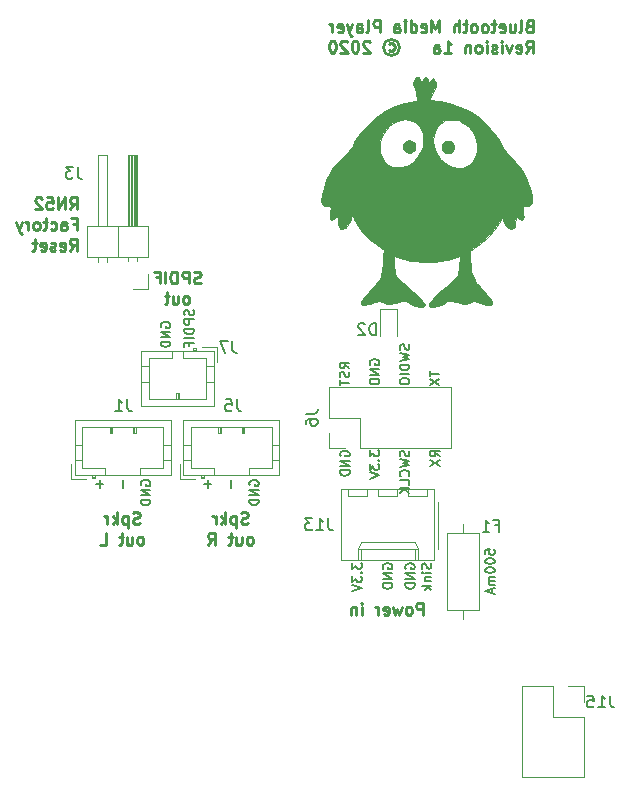
<source format=gbr>
G04 #@! TF.GenerationSoftware,KiCad,Pcbnew,5.1.6*
G04 #@! TF.CreationDate,2020-09-07T17:12:55+08:00*
G04 #@! TF.ProjectId,bt_audio_rec,62745f61-7564-4696-9f5f-7265632e6b69,rev?*
G04 #@! TF.SameCoordinates,Original*
G04 #@! TF.FileFunction,Legend,Bot*
G04 #@! TF.FilePolarity,Positive*
%FSLAX46Y46*%
G04 Gerber Fmt 4.6, Leading zero omitted, Abs format (unit mm)*
G04 Created by KiCad (PCBNEW 5.1.6) date 2020-09-07 17:12:55*
%MOMM*%
%LPD*%
G01*
G04 APERTURE LIST*
%ADD10C,0.200000*%
%ADD11C,0.250000*%
%ADD12C,0.010000*%
%ADD13C,0.120000*%
%ADD14C,0.150000*%
G04 APERTURE END LIST*
D10*
X247301904Y-123422380D02*
X247301904Y-123041428D01*
X247682857Y-123003333D01*
X247644761Y-123041428D01*
X247606666Y-123117619D01*
X247606666Y-123308095D01*
X247644761Y-123384285D01*
X247682857Y-123422380D01*
X247759047Y-123460476D01*
X247949523Y-123460476D01*
X248025714Y-123422380D01*
X248063809Y-123384285D01*
X248101904Y-123308095D01*
X248101904Y-123117619D01*
X248063809Y-123041428D01*
X248025714Y-123003333D01*
X247301904Y-123955714D02*
X247301904Y-124031904D01*
X247340000Y-124108095D01*
X247378095Y-124146190D01*
X247454285Y-124184285D01*
X247606666Y-124222380D01*
X247797142Y-124222380D01*
X247949523Y-124184285D01*
X248025714Y-124146190D01*
X248063809Y-124108095D01*
X248101904Y-124031904D01*
X248101904Y-123955714D01*
X248063809Y-123879523D01*
X248025714Y-123841428D01*
X247949523Y-123803333D01*
X247797142Y-123765238D01*
X247606666Y-123765238D01*
X247454285Y-123803333D01*
X247378095Y-123841428D01*
X247340000Y-123879523D01*
X247301904Y-123955714D01*
X247301904Y-124717619D02*
X247301904Y-124793809D01*
X247340000Y-124870000D01*
X247378095Y-124908095D01*
X247454285Y-124946190D01*
X247606666Y-124984285D01*
X247797142Y-124984285D01*
X247949523Y-124946190D01*
X248025714Y-124908095D01*
X248063809Y-124870000D01*
X248101904Y-124793809D01*
X248101904Y-124717619D01*
X248063809Y-124641428D01*
X248025714Y-124603333D01*
X247949523Y-124565238D01*
X247797142Y-124527142D01*
X247606666Y-124527142D01*
X247454285Y-124565238D01*
X247378095Y-124603333D01*
X247340000Y-124641428D01*
X247301904Y-124717619D01*
X248101904Y-125327142D02*
X247568571Y-125327142D01*
X247644761Y-125327142D02*
X247606666Y-125365238D01*
X247568571Y-125441428D01*
X247568571Y-125555714D01*
X247606666Y-125631904D01*
X247682857Y-125670000D01*
X248101904Y-125670000D01*
X247682857Y-125670000D02*
X247606666Y-125708095D01*
X247568571Y-125784285D01*
X247568571Y-125898571D01*
X247606666Y-125974761D01*
X247682857Y-126012857D01*
X248101904Y-126012857D01*
X247873333Y-126355714D02*
X247873333Y-126736666D01*
X248101904Y-126279523D02*
X247301904Y-126546190D01*
X248101904Y-126812857D01*
X236051904Y-124144285D02*
X236051904Y-124639523D01*
X236356666Y-124372857D01*
X236356666Y-124487142D01*
X236394761Y-124563333D01*
X236432857Y-124601428D01*
X236509047Y-124639523D01*
X236699523Y-124639523D01*
X236775714Y-124601428D01*
X236813809Y-124563333D01*
X236851904Y-124487142D01*
X236851904Y-124258571D01*
X236813809Y-124182380D01*
X236775714Y-124144285D01*
X236775714Y-124982380D02*
X236813809Y-125020476D01*
X236851904Y-124982380D01*
X236813809Y-124944285D01*
X236775714Y-124982380D01*
X236851904Y-124982380D01*
X236051904Y-125287142D02*
X236051904Y-125782380D01*
X236356666Y-125515714D01*
X236356666Y-125630000D01*
X236394761Y-125706190D01*
X236432857Y-125744285D01*
X236509047Y-125782380D01*
X236699523Y-125782380D01*
X236775714Y-125744285D01*
X236813809Y-125706190D01*
X236851904Y-125630000D01*
X236851904Y-125401428D01*
X236813809Y-125325238D01*
X236775714Y-125287142D01*
X236051904Y-126010952D02*
X236851904Y-126277619D01*
X236051904Y-126544285D01*
X240560000Y-124649523D02*
X240521904Y-124573333D01*
X240521904Y-124459047D01*
X240560000Y-124344761D01*
X240636190Y-124268571D01*
X240712380Y-124230476D01*
X240864761Y-124192380D01*
X240979047Y-124192380D01*
X241131428Y-124230476D01*
X241207619Y-124268571D01*
X241283809Y-124344761D01*
X241321904Y-124459047D01*
X241321904Y-124535238D01*
X241283809Y-124649523D01*
X241245714Y-124687619D01*
X240979047Y-124687619D01*
X240979047Y-124535238D01*
X241321904Y-125030476D02*
X240521904Y-125030476D01*
X241321904Y-125487619D01*
X240521904Y-125487619D01*
X241321904Y-125868571D02*
X240521904Y-125868571D01*
X240521904Y-126059047D01*
X240560000Y-126173333D01*
X240636190Y-126249523D01*
X240712380Y-126287619D01*
X240864761Y-126325714D01*
X240979047Y-126325714D01*
X241131428Y-126287619D01*
X241207619Y-126249523D01*
X241283809Y-126173333D01*
X241321904Y-126059047D01*
X241321904Y-125868571D01*
X242683809Y-124192380D02*
X242721904Y-124306666D01*
X242721904Y-124497142D01*
X242683809Y-124573333D01*
X242645714Y-124611428D01*
X242569523Y-124649523D01*
X242493333Y-124649523D01*
X242417142Y-124611428D01*
X242379047Y-124573333D01*
X242340952Y-124497142D01*
X242302857Y-124344761D01*
X242264761Y-124268571D01*
X242226666Y-124230476D01*
X242150476Y-124192380D01*
X242074285Y-124192380D01*
X241998095Y-124230476D01*
X241960000Y-124268571D01*
X241921904Y-124344761D01*
X241921904Y-124535238D01*
X241960000Y-124649523D01*
X242721904Y-124992380D02*
X242188571Y-124992380D01*
X241921904Y-124992380D02*
X241960000Y-124954285D01*
X241998095Y-124992380D01*
X241960000Y-125030476D01*
X241921904Y-124992380D01*
X241998095Y-124992380D01*
X242188571Y-125373333D02*
X242721904Y-125373333D01*
X242264761Y-125373333D02*
X242226666Y-125411428D01*
X242188571Y-125487619D01*
X242188571Y-125601904D01*
X242226666Y-125678095D01*
X242302857Y-125716190D01*
X242721904Y-125716190D01*
X242721904Y-126097142D02*
X241921904Y-126097142D01*
X242417142Y-126173333D02*
X242721904Y-126401904D01*
X242188571Y-126401904D02*
X242493333Y-126097142D01*
X238650000Y-124639523D02*
X238611904Y-124563333D01*
X238611904Y-124449047D01*
X238650000Y-124334761D01*
X238726190Y-124258571D01*
X238802380Y-124220476D01*
X238954761Y-124182380D01*
X239069047Y-124182380D01*
X239221428Y-124220476D01*
X239297619Y-124258571D01*
X239373809Y-124334761D01*
X239411904Y-124449047D01*
X239411904Y-124525238D01*
X239373809Y-124639523D01*
X239335714Y-124677619D01*
X239069047Y-124677619D01*
X239069047Y-124525238D01*
X239411904Y-125020476D02*
X238611904Y-125020476D01*
X239411904Y-125477619D01*
X238611904Y-125477619D01*
X239411904Y-125858571D02*
X238611904Y-125858571D01*
X238611904Y-126049047D01*
X238650000Y-126163333D01*
X238726190Y-126239523D01*
X238802380Y-126277619D01*
X238954761Y-126315714D01*
X239069047Y-126315714D01*
X239221428Y-126277619D01*
X239297619Y-126239523D01*
X239373809Y-126163333D01*
X239411904Y-126049047D01*
X239411904Y-125858571D01*
X222583809Y-102737619D02*
X222621904Y-102851904D01*
X222621904Y-103042381D01*
X222583809Y-103118571D01*
X222545714Y-103156666D01*
X222469523Y-103194762D01*
X222393333Y-103194762D01*
X222317142Y-103156666D01*
X222279047Y-103118571D01*
X222240952Y-103042381D01*
X222202857Y-102890000D01*
X222164761Y-102813809D01*
X222126666Y-102775714D01*
X222050476Y-102737619D01*
X221974285Y-102737619D01*
X221898095Y-102775714D01*
X221860000Y-102813809D01*
X221821904Y-102890000D01*
X221821904Y-103080476D01*
X221860000Y-103194762D01*
X222621904Y-103537619D02*
X221821904Y-103537619D01*
X221821904Y-103842381D01*
X221860000Y-103918571D01*
X221898095Y-103956666D01*
X221974285Y-103994762D01*
X222088571Y-103994762D01*
X222164761Y-103956666D01*
X222202857Y-103918571D01*
X222240952Y-103842381D01*
X222240952Y-103537619D01*
X222621904Y-104337619D02*
X221821904Y-104337619D01*
X221821904Y-104528095D01*
X221860000Y-104642381D01*
X221936190Y-104718571D01*
X222012380Y-104756666D01*
X222164761Y-104794762D01*
X222279047Y-104794762D01*
X222431428Y-104756666D01*
X222507619Y-104718571D01*
X222583809Y-104642381D01*
X222621904Y-104528095D01*
X222621904Y-104337619D01*
X222621904Y-105137619D02*
X221821904Y-105137619D01*
X222202857Y-105785238D02*
X222202857Y-105518571D01*
X222621904Y-105518571D02*
X221821904Y-105518571D01*
X221821904Y-105899524D01*
X219840000Y-104185238D02*
X219801904Y-104109047D01*
X219801904Y-103994762D01*
X219840000Y-103880476D01*
X219916190Y-103804285D01*
X219992380Y-103766190D01*
X220144761Y-103728095D01*
X220259047Y-103728095D01*
X220411428Y-103766190D01*
X220487619Y-103804285D01*
X220563809Y-103880476D01*
X220601904Y-103994762D01*
X220601904Y-104070952D01*
X220563809Y-104185238D01*
X220525714Y-104223333D01*
X220259047Y-104223333D01*
X220259047Y-104070952D01*
X220601904Y-104566190D02*
X219801904Y-104566190D01*
X220601904Y-105023333D01*
X219801904Y-105023333D01*
X220601904Y-105404285D02*
X219801904Y-105404285D01*
X219801904Y-105594762D01*
X219840000Y-105709047D01*
X219916190Y-105785238D01*
X219992380Y-105823333D01*
X220144761Y-105861428D01*
X220259047Y-105861428D01*
X220411428Y-105823333D01*
X220487619Y-105785238D01*
X220563809Y-105709047D01*
X220601904Y-105594762D01*
X220601904Y-105404285D01*
X223807142Y-117156666D02*
X223807142Y-117766189D01*
X224111904Y-117461428D02*
X223502380Y-117461428D01*
X225807142Y-117156666D02*
X225807142Y-117766189D01*
X227350000Y-117575714D02*
X227311904Y-117499523D01*
X227311904Y-117385238D01*
X227350000Y-117270952D01*
X227426190Y-117194761D01*
X227502380Y-117156666D01*
X227654761Y-117118571D01*
X227769047Y-117118571D01*
X227921428Y-117156666D01*
X227997619Y-117194761D01*
X228073809Y-117270952D01*
X228111904Y-117385238D01*
X228111904Y-117461428D01*
X228073809Y-117575714D01*
X228035714Y-117613809D01*
X227769047Y-117613809D01*
X227769047Y-117461428D01*
X228111904Y-117956666D02*
X227311904Y-117956666D01*
X228111904Y-118413809D01*
X227311904Y-118413809D01*
X228111904Y-118794761D02*
X227311904Y-118794761D01*
X227311904Y-118985238D01*
X227350000Y-119099523D01*
X227426190Y-119175714D01*
X227502380Y-119213809D01*
X227654761Y-119251904D01*
X227769047Y-119251904D01*
X227921428Y-119213809D01*
X227997619Y-119175714D01*
X228073809Y-119099523D01*
X228111904Y-118985238D01*
X228111904Y-118794761D01*
D11*
X239129880Y-80180476D02*
X239225119Y-80132857D01*
X239415595Y-80132857D01*
X239510833Y-80180476D01*
X239606071Y-80275714D01*
X239653690Y-80370952D01*
X239653690Y-80561428D01*
X239606071Y-80656666D01*
X239510833Y-80751904D01*
X239415595Y-80799523D01*
X239225119Y-80799523D01*
X239129880Y-80751904D01*
X239320357Y-79799523D02*
X239558452Y-79847142D01*
X239796547Y-79990000D01*
X239939404Y-80228095D01*
X239987023Y-80466190D01*
X239939404Y-80704285D01*
X239796547Y-80942380D01*
X239558452Y-81085238D01*
X239320357Y-81132857D01*
X239082261Y-81085238D01*
X238844166Y-80942380D01*
X238701309Y-80704285D01*
X238653690Y-80466190D01*
X238701309Y-80228095D01*
X238844166Y-79990000D01*
X239082261Y-79847142D01*
X239320357Y-79799523D01*
X237510833Y-80037619D02*
X237463214Y-79990000D01*
X237367976Y-79942380D01*
X237129880Y-79942380D01*
X237034642Y-79990000D01*
X236987023Y-80037619D01*
X236939404Y-80132857D01*
X236939404Y-80228095D01*
X236987023Y-80370952D01*
X237558452Y-80942380D01*
X236939404Y-80942380D01*
X236320357Y-79942380D02*
X236225119Y-79942380D01*
X236129880Y-79990000D01*
X236082261Y-80037619D01*
X236034642Y-80132857D01*
X235987023Y-80323333D01*
X235987023Y-80561428D01*
X236034642Y-80751904D01*
X236082261Y-80847142D01*
X236129880Y-80894761D01*
X236225119Y-80942380D01*
X236320357Y-80942380D01*
X236415595Y-80894761D01*
X236463214Y-80847142D01*
X236510833Y-80751904D01*
X236558452Y-80561428D01*
X236558452Y-80323333D01*
X236510833Y-80132857D01*
X236463214Y-80037619D01*
X236415595Y-79990000D01*
X236320357Y-79942380D01*
X235606071Y-80037619D02*
X235558452Y-79990000D01*
X235463214Y-79942380D01*
X235225119Y-79942380D01*
X235129880Y-79990000D01*
X235082261Y-80037619D01*
X235034642Y-80132857D01*
X235034642Y-80228095D01*
X235082261Y-80370952D01*
X235653690Y-80942380D01*
X235034642Y-80942380D01*
X234415595Y-79942380D02*
X234320357Y-79942380D01*
X234225119Y-79990000D01*
X234177500Y-80037619D01*
X234129880Y-80132857D01*
X234082261Y-80323333D01*
X234082261Y-80561428D01*
X234129880Y-80751904D01*
X234177500Y-80847142D01*
X234225119Y-80894761D01*
X234320357Y-80942380D01*
X234415595Y-80942380D01*
X234510833Y-80894761D01*
X234558452Y-80847142D01*
X234606071Y-80751904D01*
X234653690Y-80561428D01*
X234653690Y-80323333D01*
X234606071Y-80132857D01*
X234558452Y-80037619D01*
X234510833Y-79990000D01*
X234415595Y-79942380D01*
X250976071Y-78693571D02*
X250833214Y-78741190D01*
X250785595Y-78788809D01*
X250737976Y-78884047D01*
X250737976Y-79026904D01*
X250785595Y-79122142D01*
X250833214Y-79169761D01*
X250928452Y-79217380D01*
X251309404Y-79217380D01*
X251309404Y-78217380D01*
X250976071Y-78217380D01*
X250880833Y-78265000D01*
X250833214Y-78312619D01*
X250785595Y-78407857D01*
X250785595Y-78503095D01*
X250833214Y-78598333D01*
X250880833Y-78645952D01*
X250976071Y-78693571D01*
X251309404Y-78693571D01*
X250166547Y-79217380D02*
X250261785Y-79169761D01*
X250309404Y-79074523D01*
X250309404Y-78217380D01*
X249357023Y-78550714D02*
X249357023Y-79217380D01*
X249785595Y-78550714D02*
X249785595Y-79074523D01*
X249737976Y-79169761D01*
X249642738Y-79217380D01*
X249499880Y-79217380D01*
X249404642Y-79169761D01*
X249357023Y-79122142D01*
X248499880Y-79169761D02*
X248595119Y-79217380D01*
X248785595Y-79217380D01*
X248880833Y-79169761D01*
X248928452Y-79074523D01*
X248928452Y-78693571D01*
X248880833Y-78598333D01*
X248785595Y-78550714D01*
X248595119Y-78550714D01*
X248499880Y-78598333D01*
X248452261Y-78693571D01*
X248452261Y-78788809D01*
X248928452Y-78884047D01*
X248166547Y-78550714D02*
X247785595Y-78550714D01*
X248023690Y-78217380D02*
X248023690Y-79074523D01*
X247976071Y-79169761D01*
X247880833Y-79217380D01*
X247785595Y-79217380D01*
X247309404Y-79217380D02*
X247404642Y-79169761D01*
X247452261Y-79122142D01*
X247499880Y-79026904D01*
X247499880Y-78741190D01*
X247452261Y-78645952D01*
X247404642Y-78598333D01*
X247309404Y-78550714D01*
X247166547Y-78550714D01*
X247071309Y-78598333D01*
X247023690Y-78645952D01*
X246976071Y-78741190D01*
X246976071Y-79026904D01*
X247023690Y-79122142D01*
X247071309Y-79169761D01*
X247166547Y-79217380D01*
X247309404Y-79217380D01*
X246404642Y-79217380D02*
X246499880Y-79169761D01*
X246547500Y-79122142D01*
X246595119Y-79026904D01*
X246595119Y-78741190D01*
X246547500Y-78645952D01*
X246499880Y-78598333D01*
X246404642Y-78550714D01*
X246261785Y-78550714D01*
X246166547Y-78598333D01*
X246118928Y-78645952D01*
X246071309Y-78741190D01*
X246071309Y-79026904D01*
X246118928Y-79122142D01*
X246166547Y-79169761D01*
X246261785Y-79217380D01*
X246404642Y-79217380D01*
X245785595Y-78550714D02*
X245404642Y-78550714D01*
X245642738Y-78217380D02*
X245642738Y-79074523D01*
X245595119Y-79169761D01*
X245499880Y-79217380D01*
X245404642Y-79217380D01*
X245071309Y-79217380D02*
X245071309Y-78217380D01*
X244642738Y-79217380D02*
X244642738Y-78693571D01*
X244690357Y-78598333D01*
X244785595Y-78550714D01*
X244928452Y-78550714D01*
X245023690Y-78598333D01*
X245071309Y-78645952D01*
X243404642Y-79217380D02*
X243404642Y-78217380D01*
X243071309Y-78931666D01*
X242737976Y-78217380D01*
X242737976Y-79217380D01*
X241880833Y-79169761D02*
X241976071Y-79217380D01*
X242166547Y-79217380D01*
X242261785Y-79169761D01*
X242309404Y-79074523D01*
X242309404Y-78693571D01*
X242261785Y-78598333D01*
X242166547Y-78550714D01*
X241976071Y-78550714D01*
X241880833Y-78598333D01*
X241833214Y-78693571D01*
X241833214Y-78788809D01*
X242309404Y-78884047D01*
X240976071Y-79217380D02*
X240976071Y-78217380D01*
X240976071Y-79169761D02*
X241071309Y-79217380D01*
X241261785Y-79217380D01*
X241357023Y-79169761D01*
X241404642Y-79122142D01*
X241452261Y-79026904D01*
X241452261Y-78741190D01*
X241404642Y-78645952D01*
X241357023Y-78598333D01*
X241261785Y-78550714D01*
X241071309Y-78550714D01*
X240976071Y-78598333D01*
X240499880Y-79217380D02*
X240499880Y-78550714D01*
X240499880Y-78217380D02*
X240547500Y-78265000D01*
X240499880Y-78312619D01*
X240452261Y-78265000D01*
X240499880Y-78217380D01*
X240499880Y-78312619D01*
X239595119Y-79217380D02*
X239595119Y-78693571D01*
X239642738Y-78598333D01*
X239737976Y-78550714D01*
X239928452Y-78550714D01*
X240023690Y-78598333D01*
X239595119Y-79169761D02*
X239690357Y-79217380D01*
X239928452Y-79217380D01*
X240023690Y-79169761D01*
X240071309Y-79074523D01*
X240071309Y-78979285D01*
X240023690Y-78884047D01*
X239928452Y-78836428D01*
X239690357Y-78836428D01*
X239595119Y-78788809D01*
X238357023Y-79217380D02*
X238357023Y-78217380D01*
X237976071Y-78217380D01*
X237880833Y-78265000D01*
X237833214Y-78312619D01*
X237785595Y-78407857D01*
X237785595Y-78550714D01*
X237833214Y-78645952D01*
X237880833Y-78693571D01*
X237976071Y-78741190D01*
X238357023Y-78741190D01*
X237214166Y-79217380D02*
X237309404Y-79169761D01*
X237357023Y-79074523D01*
X237357023Y-78217380D01*
X236404642Y-79217380D02*
X236404642Y-78693571D01*
X236452261Y-78598333D01*
X236547500Y-78550714D01*
X236737976Y-78550714D01*
X236833214Y-78598333D01*
X236404642Y-79169761D02*
X236499880Y-79217380D01*
X236737976Y-79217380D01*
X236833214Y-79169761D01*
X236880833Y-79074523D01*
X236880833Y-78979285D01*
X236833214Y-78884047D01*
X236737976Y-78836428D01*
X236499880Y-78836428D01*
X236404642Y-78788809D01*
X236023690Y-78550714D02*
X235785595Y-79217380D01*
X235547500Y-78550714D02*
X235785595Y-79217380D01*
X235880833Y-79455476D01*
X235928452Y-79503095D01*
X236023690Y-79550714D01*
X234785595Y-79169761D02*
X234880833Y-79217380D01*
X235071309Y-79217380D01*
X235166547Y-79169761D01*
X235214166Y-79074523D01*
X235214166Y-78693571D01*
X235166547Y-78598333D01*
X235071309Y-78550714D01*
X234880833Y-78550714D01*
X234785595Y-78598333D01*
X234737976Y-78693571D01*
X234737976Y-78788809D01*
X235214166Y-78884047D01*
X234309404Y-79217380D02*
X234309404Y-78550714D01*
X234309404Y-78741190D02*
X234261785Y-78645952D01*
X234214166Y-78598333D01*
X234118928Y-78550714D01*
X234023690Y-78550714D01*
X250737976Y-80967380D02*
X251071309Y-80491190D01*
X251309404Y-80967380D02*
X251309404Y-79967380D01*
X250928452Y-79967380D01*
X250833214Y-80015000D01*
X250785595Y-80062619D01*
X250737976Y-80157857D01*
X250737976Y-80300714D01*
X250785595Y-80395952D01*
X250833214Y-80443571D01*
X250928452Y-80491190D01*
X251309404Y-80491190D01*
X249928452Y-80919761D02*
X250023690Y-80967380D01*
X250214166Y-80967380D01*
X250309404Y-80919761D01*
X250357023Y-80824523D01*
X250357023Y-80443571D01*
X250309404Y-80348333D01*
X250214166Y-80300714D01*
X250023690Y-80300714D01*
X249928452Y-80348333D01*
X249880833Y-80443571D01*
X249880833Y-80538809D01*
X250357023Y-80634047D01*
X249547500Y-80300714D02*
X249309404Y-80967380D01*
X249071309Y-80300714D01*
X248690357Y-80967380D02*
X248690357Y-80300714D01*
X248690357Y-79967380D02*
X248737976Y-80015000D01*
X248690357Y-80062619D01*
X248642738Y-80015000D01*
X248690357Y-79967380D01*
X248690357Y-80062619D01*
X248261785Y-80919761D02*
X248166547Y-80967380D01*
X247976071Y-80967380D01*
X247880833Y-80919761D01*
X247833214Y-80824523D01*
X247833214Y-80776904D01*
X247880833Y-80681666D01*
X247976071Y-80634047D01*
X248118928Y-80634047D01*
X248214166Y-80586428D01*
X248261785Y-80491190D01*
X248261785Y-80443571D01*
X248214166Y-80348333D01*
X248118928Y-80300714D01*
X247976071Y-80300714D01*
X247880833Y-80348333D01*
X247404642Y-80967380D02*
X247404642Y-80300714D01*
X247404642Y-79967380D02*
X247452261Y-80015000D01*
X247404642Y-80062619D01*
X247357023Y-80015000D01*
X247404642Y-79967380D01*
X247404642Y-80062619D01*
X246785595Y-80967380D02*
X246880833Y-80919761D01*
X246928452Y-80872142D01*
X246976071Y-80776904D01*
X246976071Y-80491190D01*
X246928452Y-80395952D01*
X246880833Y-80348333D01*
X246785595Y-80300714D01*
X246642738Y-80300714D01*
X246547500Y-80348333D01*
X246499880Y-80395952D01*
X246452261Y-80491190D01*
X246452261Y-80776904D01*
X246499880Y-80872142D01*
X246547500Y-80919761D01*
X246642738Y-80967380D01*
X246785595Y-80967380D01*
X246023690Y-80300714D02*
X246023690Y-80967380D01*
X246023690Y-80395952D02*
X245976071Y-80348333D01*
X245880833Y-80300714D01*
X245737976Y-80300714D01*
X245642738Y-80348333D01*
X245595119Y-80443571D01*
X245595119Y-80967380D01*
X243833214Y-80967380D02*
X244404642Y-80967380D01*
X244118928Y-80967380D02*
X244118928Y-79967380D01*
X244214166Y-80110238D01*
X244309404Y-80205476D01*
X244404642Y-80253095D01*
X242976071Y-80967380D02*
X242976071Y-80443571D01*
X243023690Y-80348333D01*
X243118928Y-80300714D01*
X243309404Y-80300714D01*
X243404642Y-80348333D01*
X242976071Y-80919761D02*
X243071309Y-80967380D01*
X243309404Y-80967380D01*
X243404642Y-80919761D01*
X243452261Y-80824523D01*
X243452261Y-80729285D01*
X243404642Y-80634047D01*
X243309404Y-80586428D01*
X243071309Y-80586428D01*
X242976071Y-80538809D01*
D10*
X235781904Y-107667619D02*
X235400952Y-107400952D01*
X235781904Y-107210476D02*
X234981904Y-107210476D01*
X234981904Y-107515238D01*
X235020000Y-107591428D01*
X235058095Y-107629523D01*
X235134285Y-107667619D01*
X235248571Y-107667619D01*
X235324761Y-107629523D01*
X235362857Y-107591428D01*
X235400952Y-107515238D01*
X235400952Y-107210476D01*
X235743809Y-107972380D02*
X235781904Y-108086666D01*
X235781904Y-108277142D01*
X235743809Y-108353333D01*
X235705714Y-108391428D01*
X235629523Y-108429523D01*
X235553333Y-108429523D01*
X235477142Y-108391428D01*
X235439047Y-108353333D01*
X235400952Y-108277142D01*
X235362857Y-108124761D01*
X235324761Y-108048571D01*
X235286666Y-108010476D01*
X235210476Y-107972380D01*
X235134285Y-107972380D01*
X235058095Y-108010476D01*
X235020000Y-108048571D01*
X234981904Y-108124761D01*
X234981904Y-108315238D01*
X235020000Y-108429523D01*
X234981904Y-108658095D02*
X234981904Y-109115238D01*
X235781904Y-108886666D02*
X234981904Y-108886666D01*
X237550000Y-107359523D02*
X237511904Y-107283333D01*
X237511904Y-107169047D01*
X237550000Y-107054761D01*
X237626190Y-106978571D01*
X237702380Y-106940476D01*
X237854761Y-106902380D01*
X237969047Y-106902380D01*
X238121428Y-106940476D01*
X238197619Y-106978571D01*
X238273809Y-107054761D01*
X238311904Y-107169047D01*
X238311904Y-107245238D01*
X238273809Y-107359523D01*
X238235714Y-107397619D01*
X237969047Y-107397619D01*
X237969047Y-107245238D01*
X238311904Y-107740476D02*
X237511904Y-107740476D01*
X238311904Y-108197619D01*
X237511904Y-108197619D01*
X238311904Y-108578571D02*
X237511904Y-108578571D01*
X237511904Y-108769047D01*
X237550000Y-108883333D01*
X237626190Y-108959523D01*
X237702380Y-108997619D01*
X237854761Y-109035714D01*
X237969047Y-109035714D01*
X238121428Y-108997619D01*
X238197619Y-108959523D01*
X238273809Y-108883333D01*
X238311904Y-108769047D01*
X238311904Y-108578571D01*
X240833809Y-105648571D02*
X240871904Y-105762857D01*
X240871904Y-105953333D01*
X240833809Y-106029524D01*
X240795714Y-106067619D01*
X240719523Y-106105714D01*
X240643333Y-106105714D01*
X240567142Y-106067619D01*
X240529047Y-106029524D01*
X240490952Y-105953333D01*
X240452857Y-105800952D01*
X240414761Y-105724762D01*
X240376666Y-105686667D01*
X240300476Y-105648571D01*
X240224285Y-105648571D01*
X240148095Y-105686667D01*
X240110000Y-105724762D01*
X240071904Y-105800952D01*
X240071904Y-105991429D01*
X240110000Y-106105714D01*
X240071904Y-106372381D02*
X240871904Y-106562857D01*
X240300476Y-106715238D01*
X240871904Y-106867619D01*
X240071904Y-107058095D01*
X240871904Y-107362857D02*
X240071904Y-107362857D01*
X240071904Y-107553333D01*
X240110000Y-107667619D01*
X240186190Y-107743810D01*
X240262380Y-107781905D01*
X240414761Y-107820000D01*
X240529047Y-107820000D01*
X240681428Y-107781905D01*
X240757619Y-107743810D01*
X240833809Y-107667619D01*
X240871904Y-107553333D01*
X240871904Y-107362857D01*
X240871904Y-108162857D02*
X240071904Y-108162857D01*
X240071904Y-108696191D02*
X240071904Y-108848571D01*
X240110000Y-108924762D01*
X240186190Y-109000952D01*
X240338571Y-109039048D01*
X240605238Y-109039048D01*
X240757619Y-109000952D01*
X240833809Y-108924762D01*
X240871904Y-108848571D01*
X240871904Y-108696191D01*
X240833809Y-108620000D01*
X240757619Y-108543810D01*
X240605238Y-108505714D01*
X240338571Y-108505714D01*
X240186190Y-108543810D01*
X240110000Y-108620000D01*
X240071904Y-108696191D01*
X242601904Y-107896190D02*
X242601904Y-108353333D01*
X243401904Y-108124761D02*
X242601904Y-108124761D01*
X242601904Y-108543809D02*
X243401904Y-109077142D01*
X242601904Y-109077142D02*
X243401904Y-108543809D01*
X235040000Y-115099523D02*
X235001904Y-115023333D01*
X235001904Y-114909047D01*
X235040000Y-114794761D01*
X235116190Y-114718571D01*
X235192380Y-114680476D01*
X235344761Y-114642380D01*
X235459047Y-114642380D01*
X235611428Y-114680476D01*
X235687619Y-114718571D01*
X235763809Y-114794761D01*
X235801904Y-114909047D01*
X235801904Y-114985238D01*
X235763809Y-115099523D01*
X235725714Y-115137619D01*
X235459047Y-115137619D01*
X235459047Y-114985238D01*
X235801904Y-115480476D02*
X235001904Y-115480476D01*
X235801904Y-115937619D01*
X235001904Y-115937619D01*
X235801904Y-116318571D02*
X235001904Y-116318571D01*
X235001904Y-116509047D01*
X235040000Y-116623333D01*
X235116190Y-116699523D01*
X235192380Y-116737619D01*
X235344761Y-116775714D01*
X235459047Y-116775714D01*
X235611428Y-116737619D01*
X235687619Y-116699523D01*
X235763809Y-116623333D01*
X235801904Y-116509047D01*
X235801904Y-116318571D01*
X237511904Y-114604285D02*
X237511904Y-115099523D01*
X237816666Y-114832857D01*
X237816666Y-114947142D01*
X237854761Y-115023333D01*
X237892857Y-115061428D01*
X237969047Y-115099523D01*
X238159523Y-115099523D01*
X238235714Y-115061428D01*
X238273809Y-115023333D01*
X238311904Y-114947142D01*
X238311904Y-114718571D01*
X238273809Y-114642380D01*
X238235714Y-114604285D01*
X238235714Y-115442380D02*
X238273809Y-115480476D01*
X238311904Y-115442380D01*
X238273809Y-115404285D01*
X238235714Y-115442380D01*
X238311904Y-115442380D01*
X237511904Y-115747142D02*
X237511904Y-116242380D01*
X237816666Y-115975714D01*
X237816666Y-116090000D01*
X237854761Y-116166190D01*
X237892857Y-116204285D01*
X237969047Y-116242380D01*
X238159523Y-116242380D01*
X238235714Y-116204285D01*
X238273809Y-116166190D01*
X238311904Y-116090000D01*
X238311904Y-115861428D01*
X238273809Y-115785238D01*
X238235714Y-115747142D01*
X237511904Y-116470952D02*
X238311904Y-116737619D01*
X237511904Y-117004285D01*
X240833809Y-114642380D02*
X240871904Y-114756666D01*
X240871904Y-114947142D01*
X240833809Y-115023333D01*
X240795714Y-115061428D01*
X240719523Y-115099523D01*
X240643333Y-115099523D01*
X240567142Y-115061428D01*
X240529047Y-115023333D01*
X240490952Y-114947142D01*
X240452857Y-114794761D01*
X240414761Y-114718571D01*
X240376666Y-114680476D01*
X240300476Y-114642380D01*
X240224285Y-114642380D01*
X240148095Y-114680476D01*
X240110000Y-114718571D01*
X240071904Y-114794761D01*
X240071904Y-114985238D01*
X240110000Y-115099523D01*
X240071904Y-115366190D02*
X240871904Y-115556666D01*
X240300476Y-115709047D01*
X240871904Y-115861428D01*
X240071904Y-116051904D01*
X240795714Y-116813809D02*
X240833809Y-116775714D01*
X240871904Y-116661428D01*
X240871904Y-116585238D01*
X240833809Y-116470952D01*
X240757619Y-116394761D01*
X240681428Y-116356666D01*
X240529047Y-116318571D01*
X240414761Y-116318571D01*
X240262380Y-116356666D01*
X240186190Y-116394761D01*
X240110000Y-116470952D01*
X240071904Y-116585238D01*
X240071904Y-116661428D01*
X240110000Y-116775714D01*
X240148095Y-116813809D01*
X240871904Y-117537619D02*
X240871904Y-117156666D01*
X240071904Y-117156666D01*
X240871904Y-117804285D02*
X240071904Y-117804285D01*
X240871904Y-118261428D02*
X240414761Y-117918571D01*
X240071904Y-118261428D02*
X240529047Y-117804285D01*
X243451904Y-115137619D02*
X243070952Y-114870952D01*
X243451904Y-114680476D02*
X242651904Y-114680476D01*
X242651904Y-114985238D01*
X242690000Y-115061428D01*
X242728095Y-115099523D01*
X242804285Y-115137619D01*
X242918571Y-115137619D01*
X242994761Y-115099523D01*
X243032857Y-115061428D01*
X243070952Y-114985238D01*
X243070952Y-114680476D01*
X242651904Y-115404285D02*
X243451904Y-115937619D01*
X242651904Y-115937619D02*
X243451904Y-115404285D01*
D11*
X212127976Y-94202380D02*
X212461309Y-93726190D01*
X212699404Y-94202380D02*
X212699404Y-93202380D01*
X212318452Y-93202380D01*
X212223214Y-93250000D01*
X212175595Y-93297619D01*
X212127976Y-93392857D01*
X212127976Y-93535714D01*
X212175595Y-93630952D01*
X212223214Y-93678571D01*
X212318452Y-93726190D01*
X212699404Y-93726190D01*
X211699404Y-94202380D02*
X211699404Y-93202380D01*
X211127976Y-94202380D01*
X211127976Y-93202380D01*
X210175595Y-93202380D02*
X210651785Y-93202380D01*
X210699404Y-93678571D01*
X210651785Y-93630952D01*
X210556547Y-93583333D01*
X210318452Y-93583333D01*
X210223214Y-93630952D01*
X210175595Y-93678571D01*
X210127976Y-93773809D01*
X210127976Y-94011904D01*
X210175595Y-94107142D01*
X210223214Y-94154761D01*
X210318452Y-94202380D01*
X210556547Y-94202380D01*
X210651785Y-94154761D01*
X210699404Y-94107142D01*
X209747023Y-93297619D02*
X209699404Y-93250000D01*
X209604166Y-93202380D01*
X209366071Y-93202380D01*
X209270833Y-93250000D01*
X209223214Y-93297619D01*
X209175595Y-93392857D01*
X209175595Y-93488095D01*
X209223214Y-93630952D01*
X209794642Y-94202380D01*
X209175595Y-94202380D01*
X212366071Y-95428571D02*
X212699404Y-95428571D01*
X212699404Y-95952380D02*
X212699404Y-94952380D01*
X212223214Y-94952380D01*
X211413690Y-95952380D02*
X211413690Y-95428571D01*
X211461309Y-95333333D01*
X211556547Y-95285714D01*
X211747023Y-95285714D01*
X211842261Y-95333333D01*
X211413690Y-95904761D02*
X211508928Y-95952380D01*
X211747023Y-95952380D01*
X211842261Y-95904761D01*
X211889880Y-95809523D01*
X211889880Y-95714285D01*
X211842261Y-95619047D01*
X211747023Y-95571428D01*
X211508928Y-95571428D01*
X211413690Y-95523809D01*
X210508928Y-95904761D02*
X210604166Y-95952380D01*
X210794642Y-95952380D01*
X210889880Y-95904761D01*
X210937500Y-95857142D01*
X210985119Y-95761904D01*
X210985119Y-95476190D01*
X210937500Y-95380952D01*
X210889880Y-95333333D01*
X210794642Y-95285714D01*
X210604166Y-95285714D01*
X210508928Y-95333333D01*
X210223214Y-95285714D02*
X209842261Y-95285714D01*
X210080357Y-94952380D02*
X210080357Y-95809523D01*
X210032738Y-95904761D01*
X209937500Y-95952380D01*
X209842261Y-95952380D01*
X209366071Y-95952380D02*
X209461309Y-95904761D01*
X209508928Y-95857142D01*
X209556547Y-95761904D01*
X209556547Y-95476190D01*
X209508928Y-95380952D01*
X209461309Y-95333333D01*
X209366071Y-95285714D01*
X209223214Y-95285714D01*
X209127976Y-95333333D01*
X209080357Y-95380952D01*
X209032738Y-95476190D01*
X209032738Y-95761904D01*
X209080357Y-95857142D01*
X209127976Y-95904761D01*
X209223214Y-95952380D01*
X209366071Y-95952380D01*
X208604166Y-95952380D02*
X208604166Y-95285714D01*
X208604166Y-95476190D02*
X208556547Y-95380952D01*
X208508928Y-95333333D01*
X208413690Y-95285714D01*
X208318452Y-95285714D01*
X208080357Y-95285714D02*
X207842261Y-95952380D01*
X207604166Y-95285714D02*
X207842261Y-95952380D01*
X207937500Y-96190476D01*
X207985119Y-96238095D01*
X208080357Y-96285714D01*
X212127976Y-97702380D02*
X212461309Y-97226190D01*
X212699404Y-97702380D02*
X212699404Y-96702380D01*
X212318452Y-96702380D01*
X212223214Y-96750000D01*
X212175595Y-96797619D01*
X212127976Y-96892857D01*
X212127976Y-97035714D01*
X212175595Y-97130952D01*
X212223214Y-97178571D01*
X212318452Y-97226190D01*
X212699404Y-97226190D01*
X211318452Y-97654761D02*
X211413690Y-97702380D01*
X211604166Y-97702380D01*
X211699404Y-97654761D01*
X211747023Y-97559523D01*
X211747023Y-97178571D01*
X211699404Y-97083333D01*
X211604166Y-97035714D01*
X211413690Y-97035714D01*
X211318452Y-97083333D01*
X211270833Y-97178571D01*
X211270833Y-97273809D01*
X211747023Y-97369047D01*
X210889880Y-97654761D02*
X210794642Y-97702380D01*
X210604166Y-97702380D01*
X210508928Y-97654761D01*
X210461309Y-97559523D01*
X210461309Y-97511904D01*
X210508928Y-97416666D01*
X210604166Y-97369047D01*
X210747023Y-97369047D01*
X210842261Y-97321428D01*
X210889880Y-97226190D01*
X210889880Y-97178571D01*
X210842261Y-97083333D01*
X210747023Y-97035714D01*
X210604166Y-97035714D01*
X210508928Y-97083333D01*
X209651785Y-97654761D02*
X209747023Y-97702380D01*
X209937500Y-97702380D01*
X210032738Y-97654761D01*
X210080357Y-97559523D01*
X210080357Y-97178571D01*
X210032738Y-97083333D01*
X209937500Y-97035714D01*
X209747023Y-97035714D01*
X209651785Y-97083333D01*
X209604166Y-97178571D01*
X209604166Y-97273809D01*
X210080357Y-97369047D01*
X209318452Y-97035714D02*
X208937500Y-97035714D01*
X209175595Y-96702380D02*
X209175595Y-97559523D01*
X209127976Y-97654761D01*
X209032738Y-97702380D01*
X208937500Y-97702380D01*
X242027619Y-128532380D02*
X242027619Y-127532380D01*
X241646666Y-127532380D01*
X241551428Y-127580000D01*
X241503809Y-127627619D01*
X241456190Y-127722857D01*
X241456190Y-127865714D01*
X241503809Y-127960952D01*
X241551428Y-128008571D01*
X241646666Y-128056190D01*
X242027619Y-128056190D01*
X240884761Y-128532380D02*
X240980000Y-128484761D01*
X241027619Y-128437142D01*
X241075238Y-128341904D01*
X241075238Y-128056190D01*
X241027619Y-127960952D01*
X240980000Y-127913333D01*
X240884761Y-127865714D01*
X240741904Y-127865714D01*
X240646666Y-127913333D01*
X240599047Y-127960952D01*
X240551428Y-128056190D01*
X240551428Y-128341904D01*
X240599047Y-128437142D01*
X240646666Y-128484761D01*
X240741904Y-128532380D01*
X240884761Y-128532380D01*
X240218095Y-127865714D02*
X240027619Y-128532380D01*
X239837142Y-128056190D01*
X239646666Y-128532380D01*
X239456190Y-127865714D01*
X238694285Y-128484761D02*
X238789523Y-128532380D01*
X238980000Y-128532380D01*
X239075238Y-128484761D01*
X239122857Y-128389523D01*
X239122857Y-128008571D01*
X239075238Y-127913333D01*
X238980000Y-127865714D01*
X238789523Y-127865714D01*
X238694285Y-127913333D01*
X238646666Y-128008571D01*
X238646666Y-128103809D01*
X239122857Y-128199047D01*
X238218095Y-128532380D02*
X238218095Y-127865714D01*
X238218095Y-128056190D02*
X238170476Y-127960952D01*
X238122857Y-127913333D01*
X238027619Y-127865714D01*
X237932380Y-127865714D01*
X236837142Y-128532380D02*
X236837142Y-127865714D01*
X236837142Y-127532380D02*
X236884761Y-127580000D01*
X236837142Y-127627619D01*
X236789523Y-127580000D01*
X236837142Y-127532380D01*
X236837142Y-127627619D01*
X236360952Y-127865714D02*
X236360952Y-128532380D01*
X236360952Y-127960952D02*
X236313333Y-127913333D01*
X236218095Y-127865714D01*
X236075238Y-127865714D01*
X235980000Y-127913333D01*
X235932380Y-128008571D01*
X235932380Y-128532380D01*
X223192380Y-100429761D02*
X223049523Y-100477380D01*
X222811428Y-100477380D01*
X222716190Y-100429761D01*
X222668571Y-100382142D01*
X222620952Y-100286904D01*
X222620952Y-100191666D01*
X222668571Y-100096428D01*
X222716190Y-100048809D01*
X222811428Y-100001190D01*
X223001904Y-99953571D01*
X223097142Y-99905952D01*
X223144761Y-99858333D01*
X223192380Y-99763095D01*
X223192380Y-99667857D01*
X223144761Y-99572619D01*
X223097142Y-99525000D01*
X223001904Y-99477380D01*
X222763809Y-99477380D01*
X222620952Y-99525000D01*
X222192380Y-100477380D02*
X222192380Y-99477380D01*
X221811428Y-99477380D01*
X221716190Y-99525000D01*
X221668571Y-99572619D01*
X221620952Y-99667857D01*
X221620952Y-99810714D01*
X221668571Y-99905952D01*
X221716190Y-99953571D01*
X221811428Y-100001190D01*
X222192380Y-100001190D01*
X221192380Y-100477380D02*
X221192380Y-99477380D01*
X220954285Y-99477380D01*
X220811428Y-99525000D01*
X220716190Y-99620238D01*
X220668571Y-99715476D01*
X220620952Y-99905952D01*
X220620952Y-100048809D01*
X220668571Y-100239285D01*
X220716190Y-100334523D01*
X220811428Y-100429761D01*
X220954285Y-100477380D01*
X221192380Y-100477380D01*
X220192380Y-100477380D02*
X220192380Y-99477380D01*
X219382857Y-99953571D02*
X219716190Y-99953571D01*
X219716190Y-100477380D02*
X219716190Y-99477380D01*
X219240000Y-99477380D01*
X222049523Y-102227380D02*
X222144761Y-102179761D01*
X222192380Y-102132142D01*
X222240000Y-102036904D01*
X222240000Y-101751190D01*
X222192380Y-101655952D01*
X222144761Y-101608333D01*
X222049523Y-101560714D01*
X221906666Y-101560714D01*
X221811428Y-101608333D01*
X221763809Y-101655952D01*
X221716190Y-101751190D01*
X221716190Y-102036904D01*
X221763809Y-102132142D01*
X221811428Y-102179761D01*
X221906666Y-102227380D01*
X222049523Y-102227380D01*
X220859047Y-101560714D02*
X220859047Y-102227380D01*
X221287619Y-101560714D02*
X221287619Y-102084523D01*
X221240000Y-102179761D01*
X221144761Y-102227380D01*
X221001904Y-102227380D01*
X220906666Y-102179761D01*
X220859047Y-102132142D01*
X220525714Y-101560714D02*
X220144761Y-101560714D01*
X220382857Y-101227380D02*
X220382857Y-102084523D01*
X220335238Y-102179761D01*
X220240000Y-102227380D01*
X220144761Y-102227380D01*
D10*
X218180000Y-117575714D02*
X218141904Y-117499523D01*
X218141904Y-117385238D01*
X218180000Y-117270952D01*
X218256190Y-117194761D01*
X218332380Y-117156666D01*
X218484761Y-117118571D01*
X218599047Y-117118571D01*
X218751428Y-117156666D01*
X218827619Y-117194761D01*
X218903809Y-117270952D01*
X218941904Y-117385238D01*
X218941904Y-117461428D01*
X218903809Y-117575714D01*
X218865714Y-117613809D01*
X218599047Y-117613809D01*
X218599047Y-117461428D01*
X218941904Y-117956666D02*
X218141904Y-117956666D01*
X218941904Y-118413809D01*
X218141904Y-118413809D01*
X218941904Y-118794761D02*
X218141904Y-118794761D01*
X218141904Y-118985238D01*
X218180000Y-119099523D01*
X218256190Y-119175714D01*
X218332380Y-119213809D01*
X218484761Y-119251904D01*
X218599047Y-119251904D01*
X218751428Y-119213809D01*
X218827619Y-119175714D01*
X218903809Y-119099523D01*
X218941904Y-118985238D01*
X218941904Y-118794761D01*
X216637142Y-117156666D02*
X216637142Y-117766189D01*
X214637142Y-117156666D02*
X214637142Y-117766189D01*
X214941904Y-117461428D02*
X214332380Y-117461428D01*
D11*
X227182380Y-120809761D02*
X227039523Y-120857380D01*
X226801428Y-120857380D01*
X226706190Y-120809761D01*
X226658571Y-120762142D01*
X226610952Y-120666904D01*
X226610952Y-120571666D01*
X226658571Y-120476428D01*
X226706190Y-120428809D01*
X226801428Y-120381190D01*
X226991904Y-120333571D01*
X227087142Y-120285952D01*
X227134761Y-120238333D01*
X227182380Y-120143095D01*
X227182380Y-120047857D01*
X227134761Y-119952619D01*
X227087142Y-119905000D01*
X226991904Y-119857380D01*
X226753809Y-119857380D01*
X226610952Y-119905000D01*
X226182380Y-120190714D02*
X226182380Y-121190714D01*
X226182380Y-120238333D02*
X226087142Y-120190714D01*
X225896666Y-120190714D01*
X225801428Y-120238333D01*
X225753809Y-120285952D01*
X225706190Y-120381190D01*
X225706190Y-120666904D01*
X225753809Y-120762142D01*
X225801428Y-120809761D01*
X225896666Y-120857380D01*
X226087142Y-120857380D01*
X226182380Y-120809761D01*
X225277619Y-120857380D02*
X225277619Y-119857380D01*
X225182380Y-120476428D02*
X224896666Y-120857380D01*
X224896666Y-120190714D02*
X225277619Y-120571666D01*
X224468095Y-120857380D02*
X224468095Y-120190714D01*
X224468095Y-120381190D02*
X224420476Y-120285952D01*
X224372857Y-120238333D01*
X224277619Y-120190714D01*
X224182380Y-120190714D01*
X227420476Y-122607380D02*
X227515714Y-122559761D01*
X227563333Y-122512142D01*
X227610952Y-122416904D01*
X227610952Y-122131190D01*
X227563333Y-122035952D01*
X227515714Y-121988333D01*
X227420476Y-121940714D01*
X227277619Y-121940714D01*
X227182380Y-121988333D01*
X227134761Y-122035952D01*
X227087142Y-122131190D01*
X227087142Y-122416904D01*
X227134761Y-122512142D01*
X227182380Y-122559761D01*
X227277619Y-122607380D01*
X227420476Y-122607380D01*
X226230000Y-121940714D02*
X226230000Y-122607380D01*
X226658571Y-121940714D02*
X226658571Y-122464523D01*
X226610952Y-122559761D01*
X226515714Y-122607380D01*
X226372857Y-122607380D01*
X226277619Y-122559761D01*
X226230000Y-122512142D01*
X225896666Y-121940714D02*
X225515714Y-121940714D01*
X225753809Y-121607380D02*
X225753809Y-122464523D01*
X225706190Y-122559761D01*
X225610952Y-122607380D01*
X225515714Y-122607380D01*
X223849047Y-122607380D02*
X224182380Y-122131190D01*
X224420476Y-122607380D02*
X224420476Y-121607380D01*
X224039523Y-121607380D01*
X223944285Y-121655000D01*
X223896666Y-121702619D01*
X223849047Y-121797857D01*
X223849047Y-121940714D01*
X223896666Y-122035952D01*
X223944285Y-122083571D01*
X224039523Y-122131190D01*
X224420476Y-122131190D01*
X218022380Y-120809761D02*
X217879523Y-120857380D01*
X217641428Y-120857380D01*
X217546190Y-120809761D01*
X217498571Y-120762142D01*
X217450952Y-120666904D01*
X217450952Y-120571666D01*
X217498571Y-120476428D01*
X217546190Y-120428809D01*
X217641428Y-120381190D01*
X217831904Y-120333571D01*
X217927142Y-120285952D01*
X217974761Y-120238333D01*
X218022380Y-120143095D01*
X218022380Y-120047857D01*
X217974761Y-119952619D01*
X217927142Y-119905000D01*
X217831904Y-119857380D01*
X217593809Y-119857380D01*
X217450952Y-119905000D01*
X217022380Y-120190714D02*
X217022380Y-121190714D01*
X217022380Y-120238333D02*
X216927142Y-120190714D01*
X216736666Y-120190714D01*
X216641428Y-120238333D01*
X216593809Y-120285952D01*
X216546190Y-120381190D01*
X216546190Y-120666904D01*
X216593809Y-120762142D01*
X216641428Y-120809761D01*
X216736666Y-120857380D01*
X216927142Y-120857380D01*
X217022380Y-120809761D01*
X216117619Y-120857380D02*
X216117619Y-119857380D01*
X216022380Y-120476428D02*
X215736666Y-120857380D01*
X215736666Y-120190714D02*
X216117619Y-120571666D01*
X215308095Y-120857380D02*
X215308095Y-120190714D01*
X215308095Y-120381190D02*
X215260476Y-120285952D01*
X215212857Y-120238333D01*
X215117619Y-120190714D01*
X215022380Y-120190714D01*
X218165238Y-122607380D02*
X218260476Y-122559761D01*
X218308095Y-122512142D01*
X218355714Y-122416904D01*
X218355714Y-122131190D01*
X218308095Y-122035952D01*
X218260476Y-121988333D01*
X218165238Y-121940714D01*
X218022380Y-121940714D01*
X217927142Y-121988333D01*
X217879523Y-122035952D01*
X217831904Y-122131190D01*
X217831904Y-122416904D01*
X217879523Y-122512142D01*
X217927142Y-122559761D01*
X218022380Y-122607380D01*
X218165238Y-122607380D01*
X216974761Y-121940714D02*
X216974761Y-122607380D01*
X217403333Y-121940714D02*
X217403333Y-122464523D01*
X217355714Y-122559761D01*
X217260476Y-122607380D01*
X217117619Y-122607380D01*
X217022380Y-122559761D01*
X216974761Y-122512142D01*
X216641428Y-121940714D02*
X216260476Y-121940714D01*
X216498571Y-121607380D02*
X216498571Y-122464523D01*
X216450952Y-122559761D01*
X216355714Y-122607380D01*
X216260476Y-122607380D01*
X214689047Y-122607380D02*
X215165238Y-122607380D01*
X215165238Y-121607380D01*
D12*
G36*
X240636244Y-88405368D02*
G01*
X240498961Y-88499385D01*
X240420559Y-88604619D01*
X240345295Y-88799274D01*
X240345285Y-88994810D01*
X240414930Y-89173197D01*
X240548633Y-89316408D01*
X240661248Y-89379630D01*
X240813643Y-89428047D01*
X240945820Y-89424656D01*
X241088583Y-89375237D01*
X241204510Y-89297213D01*
X241303683Y-89186789D01*
X241310675Y-89175811D01*
X241385379Y-88983735D01*
X241385217Y-88795123D01*
X241319226Y-88624801D01*
X241196441Y-88487596D01*
X241025897Y-88398333D01*
X240820616Y-88371677D01*
X240636244Y-88405368D01*
G37*
X240636244Y-88405368D02*
X240498961Y-88499385D01*
X240420559Y-88604619D01*
X240345295Y-88799274D01*
X240345285Y-88994810D01*
X240414930Y-89173197D01*
X240548633Y-89316408D01*
X240661248Y-89379630D01*
X240813643Y-89428047D01*
X240945820Y-89424656D01*
X241088583Y-89375237D01*
X241204510Y-89297213D01*
X241303683Y-89186789D01*
X241310675Y-89175811D01*
X241385379Y-88983735D01*
X241385217Y-88795123D01*
X241319226Y-88624801D01*
X241196441Y-88487596D01*
X241025897Y-88398333D01*
X240820616Y-88371677D01*
X240636244Y-88405368D01*
G36*
X243892157Y-88456147D02*
G01*
X243747310Y-88555983D01*
X243649666Y-88697168D01*
X243602243Y-88863383D01*
X243608058Y-89038312D01*
X243670126Y-89205638D01*
X243791465Y-89349043D01*
X243895635Y-89417679D01*
X244063438Y-89472721D01*
X244236448Y-89457710D01*
X244348249Y-89417571D01*
X244464176Y-89339546D01*
X244563350Y-89229122D01*
X244570341Y-89218144D01*
X244644980Y-89026132D01*
X244644786Y-88837490D01*
X244578810Y-88667095D01*
X244456100Y-88529824D01*
X244285706Y-88440554D01*
X244081193Y-88413976D01*
X243892157Y-88456147D01*
G37*
X243892157Y-88456147D02*
X243747310Y-88555983D01*
X243649666Y-88697168D01*
X243602243Y-88863383D01*
X243608058Y-89038312D01*
X243670126Y-89205638D01*
X243791465Y-89349043D01*
X243895635Y-89417679D01*
X244063438Y-89472721D01*
X244236448Y-89457710D01*
X244348249Y-89417571D01*
X244464176Y-89339546D01*
X244563350Y-89229122D01*
X244570341Y-89218144D01*
X244644980Y-89026132D01*
X244644786Y-88837490D01*
X244578810Y-88667095D01*
X244456100Y-88529824D01*
X244285706Y-88440554D01*
X244081193Y-88413976D01*
X243892157Y-88456147D01*
G36*
X241480901Y-82972217D02*
G01*
X241417277Y-83013310D01*
X241344071Y-83108318D01*
X241312468Y-83157054D01*
X241225711Y-83316502D01*
X241191434Y-83456663D01*
X241207283Y-83608512D01*
X241264614Y-83786500D01*
X241329036Y-83988273D01*
X241392433Y-84239935D01*
X241447233Y-84506964D01*
X241485860Y-84754834D01*
X241494488Y-84834250D01*
X241501622Y-84956190D01*
X241489027Y-85015816D01*
X241449797Y-85034506D01*
X241429533Y-85035333D01*
X241353790Y-85043528D01*
X241217587Y-85065579D01*
X241043269Y-85097688D01*
X240926774Y-85120793D01*
X240195010Y-85312100D01*
X239492208Y-85579661D01*
X238824307Y-85918953D01*
X238197244Y-86325451D01*
X237616958Y-86794633D01*
X237089387Y-87321973D01*
X236620468Y-87902949D01*
X236216141Y-88533036D01*
X236057335Y-88830425D01*
X235964461Y-89008586D01*
X235882012Y-89142860D01*
X235791170Y-89256341D01*
X235673120Y-89372123D01*
X235509045Y-89513300D01*
X235483789Y-89534361D01*
X235156488Y-89834266D01*
X234829695Y-90183928D01*
X234521707Y-90560902D01*
X234250825Y-90942747D01*
X234035345Y-91307022D01*
X234029930Y-91317440D01*
X233932936Y-91527484D01*
X233827006Y-91794399D01*
X233719617Y-92095321D01*
X233618245Y-92407387D01*
X233530366Y-92707731D01*
X233463456Y-92973491D01*
X233428347Y-93157218D01*
X233403429Y-93390564D01*
X233410055Y-93564334D01*
X233452246Y-93699019D01*
X233534026Y-93815113D01*
X233563578Y-93846091D01*
X233643758Y-93915656D01*
X233726505Y-93952294D01*
X233843325Y-93966118D01*
X233942410Y-93967667D01*
X234054968Y-93966761D01*
X234130664Y-93973099D01*
X234174897Y-94000265D01*
X234193062Y-94061843D01*
X234190558Y-94171417D01*
X234172781Y-94342570D01*
X234154638Y-94501820D01*
X234134999Y-94697007D01*
X234128786Y-94828468D01*
X234136875Y-94916209D01*
X234160140Y-94980234D01*
X234176781Y-95008151D01*
X234249857Y-95086846D01*
X234332630Y-95100845D01*
X234437181Y-95047836D01*
X234567593Y-94933390D01*
X234666118Y-94842819D01*
X234739614Y-94786598D01*
X234768556Y-94776446D01*
X234780749Y-94825190D01*
X234795632Y-94937505D01*
X234810606Y-95092461D01*
X234815530Y-95154805D01*
X234842001Y-95421386D01*
X234877754Y-95614100D01*
X234925844Y-95743519D01*
X234989322Y-95820213D01*
X235011848Y-95834534D01*
X235144330Y-95862225D01*
X235304785Y-95832772D01*
X235465485Y-95752792D01*
X235516695Y-95714053D01*
X235627308Y-95588005D01*
X235737743Y-95407274D01*
X235833607Y-95200642D01*
X235900509Y-94996890D01*
X235917533Y-94912471D01*
X235939829Y-94801808D01*
X235963943Y-94736836D01*
X235972702Y-94729667D01*
X236005030Y-94764071D01*
X236064127Y-94854652D01*
X236137716Y-94982462D01*
X236144145Y-94994250D01*
X236518604Y-95601880D01*
X236961780Y-96178450D01*
X237461041Y-96709963D01*
X238003752Y-97182422D01*
X238343178Y-97430504D01*
X238697856Y-97671834D01*
X238669367Y-98222167D01*
X238645671Y-98586673D01*
X238613909Y-98935238D01*
X238575922Y-99254422D01*
X238533550Y-99530782D01*
X238488630Y-99750879D01*
X238443005Y-99901270D01*
X238437917Y-99913217D01*
X238350369Y-100071675D01*
X238209921Y-100277798D01*
X238024937Y-100520808D01*
X237803781Y-100789932D01*
X237554816Y-101074394D01*
X237433963Y-101206667D01*
X237210366Y-101451602D01*
X237041125Y-101646023D01*
X236919958Y-101798507D01*
X236840586Y-101917629D01*
X236796726Y-102011965D01*
X236782097Y-102090092D01*
X236782000Y-102096835D01*
X236798056Y-102205910D01*
X236851074Y-102277052D01*
X236948326Y-102310613D01*
X237097083Y-102306943D01*
X237304618Y-102266393D01*
X237578203Y-102189315D01*
X237726120Y-102142377D01*
X237930627Y-102077538D01*
X238110366Y-102023696D01*
X238247850Y-101985869D01*
X238325593Y-101969071D01*
X238331728Y-101968667D01*
X238407078Y-101986526D01*
X238527466Y-102032693D01*
X238630481Y-102079770D01*
X238797513Y-102152514D01*
X238952604Y-102195318D01*
X239115307Y-102208534D01*
X239305173Y-102192515D01*
X239541756Y-102147613D01*
X239743130Y-102099806D01*
X240027529Y-102032157D01*
X240245949Y-101989779D01*
X240413280Y-101972866D01*
X240544411Y-101981612D01*
X240654231Y-102016211D01*
X240757629Y-102076858D01*
X240807303Y-102113686D01*
X241105011Y-102294455D01*
X241470793Y-102428295D01*
X241684255Y-102478389D01*
X241835582Y-102504404D01*
X241933227Y-102507688D01*
X242005447Y-102486819D01*
X242051750Y-102459884D01*
X242137264Y-102367637D01*
X242158333Y-102288992D01*
X242124506Y-102174885D01*
X242026962Y-102018846D01*
X241871607Y-101827125D01*
X241664344Y-101605970D01*
X241411080Y-101361629D01*
X241117719Y-101100351D01*
X240790166Y-100828382D01*
X240740166Y-100788417D01*
X240465254Y-100567623D01*
X240249327Y-100388677D01*
X240083308Y-100243067D01*
X239958119Y-100122283D01*
X239864683Y-100017813D01*
X239793924Y-99921146D01*
X239764564Y-99873682D01*
X239685082Y-99686976D01*
X239627880Y-99433689D01*
X239592222Y-99108906D01*
X239577373Y-98707712D01*
X239576838Y-98619926D01*
X239576000Y-98128684D01*
X240052250Y-98289871D01*
X240385402Y-98398627D01*
X240677671Y-98483113D01*
X240948381Y-98546225D01*
X241216857Y-98590855D01*
X241502425Y-98619900D01*
X241824408Y-98636252D01*
X242202131Y-98642805D01*
X242412333Y-98643317D01*
X242800107Y-98640671D01*
X243122410Y-98631638D01*
X243398362Y-98613431D01*
X243647082Y-98583265D01*
X243887689Y-98538353D01*
X244139303Y-98475908D01*
X244421044Y-98393143D01*
X244668445Y-98314494D01*
X245121666Y-98167530D01*
X245120706Y-98364182D01*
X245114591Y-98587092D01*
X245099617Y-98834124D01*
X245077842Y-99086037D01*
X245051326Y-99323596D01*
X245022127Y-99527561D01*
X244992305Y-99678696D01*
X244973492Y-99739656D01*
X244911633Y-99858024D01*
X244817843Y-99986654D01*
X244684763Y-100132956D01*
X244505036Y-100304341D01*
X244271303Y-100508220D01*
X243976207Y-100752004D01*
X243936333Y-100784283D01*
X243608699Y-101057099D01*
X243311852Y-101320197D01*
X243051810Y-101567258D01*
X242834589Y-101791966D01*
X242666207Y-101988002D01*
X242552681Y-102149049D01*
X242500027Y-102268790D01*
X242497000Y-102295563D01*
X242534765Y-102398395D01*
X242637298Y-102469513D01*
X242788454Y-102502132D01*
X242962666Y-102491230D01*
X243225263Y-102422634D01*
X243504815Y-102315219D01*
X243758669Y-102186304D01*
X243839850Y-102135060D01*
X243965988Y-102055335D01*
X244079984Y-102002939D01*
X244198449Y-101977329D01*
X244337992Y-101977962D01*
X244515222Y-102004296D01*
X244746751Y-102055788D01*
X244923059Y-102099653D01*
X245211795Y-102166562D01*
X245441064Y-102202103D01*
X245630197Y-102205887D01*
X245798524Y-102177521D01*
X245965375Y-102116615D01*
X246048293Y-102076886D01*
X246180481Y-102016621D01*
X246292101Y-101977333D01*
X246339608Y-101968667D01*
X246410022Y-101981811D01*
X246540223Y-102017385D01*
X246710172Y-102069599D01*
X246859599Y-102118888D01*
X247144578Y-102212529D01*
X247362791Y-102275922D01*
X247525739Y-102311115D01*
X247644922Y-102320153D01*
X247731839Y-102305082D01*
X247778083Y-102282300D01*
X247856475Y-102185801D01*
X247867412Y-102048974D01*
X247812429Y-101889019D01*
X247764708Y-101820046D01*
X247670006Y-101701581D01*
X247538914Y-101546212D01*
X247382021Y-101366528D01*
X247235491Y-101203205D01*
X246955907Y-100892679D01*
X246729029Y-100631705D01*
X246548640Y-100409033D01*
X246408523Y-100213417D01*
X246302460Y-100033608D01*
X246224235Y-99858358D01*
X246167631Y-99676421D01*
X246126429Y-99476547D01*
X246094413Y-99247490D01*
X246079124Y-99111167D01*
X246053033Y-98853083D01*
X246028228Y-98584342D01*
X246007459Y-98336168D01*
X245993472Y-98139789D01*
X245993138Y-98134215D01*
X245970293Y-97749930D01*
X246360896Y-97493846D01*
X246958297Y-97052306D01*
X247508377Y-96544152D01*
X248003549Y-95977534D01*
X248436226Y-95360603D01*
X248593522Y-95095500D01*
X248733255Y-94847501D01*
X248806088Y-95082898D01*
X248895947Y-95320443D01*
X249005895Y-95529409D01*
X249123985Y-95689558D01*
X249207963Y-95763681D01*
X249324723Y-95813691D01*
X249467629Y-95842274D01*
X249489463Y-95843770D01*
X249617258Y-95834087D01*
X249709807Y-95784500D01*
X249773647Y-95684208D01*
X249815314Y-95522412D01*
X249841343Y-95288312D01*
X249843453Y-95258834D01*
X249859139Y-95041844D01*
X249875215Y-94900640D01*
X249898434Y-94826578D01*
X249935552Y-94811018D01*
X249993324Y-94845317D01*
X250078503Y-94920832D01*
X250095434Y-94936446D01*
X250209508Y-95029938D01*
X250310869Y-95093173D01*
X250364870Y-95110667D01*
X250439202Y-95099706D01*
X250489818Y-95059011D01*
X250519570Y-94976862D01*
X250531307Y-94841538D01*
X250527882Y-94641321D01*
X250519201Y-94476235D01*
X250488644Y-93967667D01*
X250707091Y-93967667D01*
X250926670Y-93947563D01*
X251085559Y-93882427D01*
X251189267Y-93765026D01*
X251243299Y-93588124D01*
X251253164Y-93344486D01*
X251248290Y-93256692D01*
X251214051Y-93009467D01*
X251146879Y-92709103D01*
X251053853Y-92377077D01*
X250942055Y-92034865D01*
X250818563Y-91703943D01*
X250690457Y-91405788D01*
X250564819Y-91161877D01*
X250548828Y-91134929D01*
X250371347Y-90862967D01*
X250159798Y-90572715D01*
X249930068Y-90283558D01*
X249698040Y-90014885D01*
X249479599Y-89786084D01*
X249333833Y-89651968D01*
X249199814Y-89536091D01*
X249097523Y-89438088D01*
X249013960Y-89340172D01*
X248936128Y-89224557D01*
X248892151Y-89146470D01*
X246628366Y-89146470D01*
X246616478Y-89249640D01*
X246524145Y-89636746D01*
X246370404Y-89972186D01*
X246162318Y-90251505D01*
X245906950Y-90470252D01*
X245611361Y-90623973D01*
X245282614Y-90708216D01*
X244927771Y-90718527D01*
X244553893Y-90650453D01*
X244447751Y-90617081D01*
X244097934Y-90453959D01*
X243776052Y-90220670D01*
X243490517Y-89929431D01*
X243249741Y-89592460D01*
X243062138Y-89221975D01*
X242936119Y-88830194D01*
X242884991Y-88464334D01*
X242062152Y-88464334D01*
X241992384Y-88896852D01*
X241849154Y-89305456D01*
X241639701Y-89680335D01*
X241371260Y-90011680D01*
X241051068Y-90289681D01*
X240686362Y-90504528D01*
X240500460Y-90581321D01*
X240270690Y-90637200D01*
X240001632Y-90661720D01*
X239727686Y-90654615D01*
X239483248Y-90615620D01*
X239398082Y-90589823D01*
X239085533Y-90432714D01*
X238820806Y-90209261D01*
X238610066Y-89926829D01*
X238459476Y-89592781D01*
X238408338Y-89407246D01*
X238358887Y-89000831D01*
X238385831Y-88595171D01*
X238482833Y-88200274D01*
X238643557Y-87826149D01*
X238861665Y-87482803D01*
X239130822Y-87180246D01*
X239444689Y-86928486D01*
X239796932Y-86737532D01*
X240173695Y-86618943D01*
X240533043Y-86582698D01*
X240870207Y-86623251D01*
X241178622Y-86734188D01*
X241451723Y-86909092D01*
X241682946Y-87141549D01*
X241865726Y-87425143D01*
X241993497Y-87753460D01*
X242059695Y-88120083D01*
X242062152Y-88464334D01*
X242884991Y-88464334D01*
X242880099Y-88429334D01*
X242878000Y-88337334D01*
X242914778Y-87930446D01*
X243023683Y-87564464D01*
X243202572Y-87243103D01*
X243449301Y-86970076D01*
X243761728Y-86749099D01*
X243809333Y-86723188D01*
X243905630Y-86677719D01*
X244001851Y-86648319D01*
X244120078Y-86631622D01*
X244282394Y-86624262D01*
X244467695Y-86622834D01*
X244675287Y-86624032D01*
X244824044Y-86631178D01*
X244939797Y-86649594D01*
X245048375Y-86684605D01*
X245175609Y-86741533D01*
X245272029Y-86788613D01*
X245619829Y-87003638D01*
X245927722Y-87280205D01*
X246188845Y-87605753D01*
X246396334Y-87967717D01*
X246543326Y-88353533D01*
X246622958Y-88750639D01*
X246628366Y-89146470D01*
X248892151Y-89146470D01*
X248851029Y-89073454D01*
X248745664Y-88869077D01*
X248709899Y-88798174D01*
X248336299Y-88148433D01*
X247897058Y-87548115D01*
X247397861Y-87001025D01*
X246844393Y-86510968D01*
X246242340Y-86081747D01*
X245597386Y-85717169D01*
X244915218Y-85421038D01*
X244201520Y-85197158D01*
X243461976Y-85049334D01*
X243036003Y-85000972D01*
X242848912Y-84984049D01*
X242695477Y-84967427D01*
X242593828Y-84953243D01*
X242561968Y-84945080D01*
X242573409Y-84902876D01*
X242617658Y-84800426D01*
X242687981Y-84652349D01*
X242777641Y-84473265D01*
X242794030Y-84441355D01*
X242939167Y-84155388D01*
X243045003Y-83931136D01*
X243113426Y-83756337D01*
X243146323Y-83618732D01*
X243145579Y-83506061D01*
X243113083Y-83406063D01*
X243050720Y-83306479D01*
X242981925Y-83220452D01*
X242863769Y-83080032D01*
X242661051Y-83306266D01*
X242458332Y-83532500D01*
X242456499Y-83334441D01*
X242433385Y-83167317D01*
X242372810Y-83052523D01*
X242282686Y-83004037D01*
X242269063Y-83003333D01*
X242203339Y-83035130D01*
X242113730Y-83115383D01*
X242022228Y-83221389D01*
X241950823Y-83330441D01*
X241949173Y-83333614D01*
X241919201Y-83383294D01*
X241891710Y-83387793D01*
X241853849Y-83337156D01*
X241792762Y-83221422D01*
X241785251Y-83206614D01*
X241708482Y-83071651D01*
X241640940Y-82998855D01*
X241565103Y-82970065D01*
X241555885Y-82968849D01*
X241480901Y-82972217D01*
G37*
X241480901Y-82972217D02*
X241417277Y-83013310D01*
X241344071Y-83108318D01*
X241312468Y-83157054D01*
X241225711Y-83316502D01*
X241191434Y-83456663D01*
X241207283Y-83608512D01*
X241264614Y-83786500D01*
X241329036Y-83988273D01*
X241392433Y-84239935D01*
X241447233Y-84506964D01*
X241485860Y-84754834D01*
X241494488Y-84834250D01*
X241501622Y-84956190D01*
X241489027Y-85015816D01*
X241449797Y-85034506D01*
X241429533Y-85035333D01*
X241353790Y-85043528D01*
X241217587Y-85065579D01*
X241043269Y-85097688D01*
X240926774Y-85120793D01*
X240195010Y-85312100D01*
X239492208Y-85579661D01*
X238824307Y-85918953D01*
X238197244Y-86325451D01*
X237616958Y-86794633D01*
X237089387Y-87321973D01*
X236620468Y-87902949D01*
X236216141Y-88533036D01*
X236057335Y-88830425D01*
X235964461Y-89008586D01*
X235882012Y-89142860D01*
X235791170Y-89256341D01*
X235673120Y-89372123D01*
X235509045Y-89513300D01*
X235483789Y-89534361D01*
X235156488Y-89834266D01*
X234829695Y-90183928D01*
X234521707Y-90560902D01*
X234250825Y-90942747D01*
X234035345Y-91307022D01*
X234029930Y-91317440D01*
X233932936Y-91527484D01*
X233827006Y-91794399D01*
X233719617Y-92095321D01*
X233618245Y-92407387D01*
X233530366Y-92707731D01*
X233463456Y-92973491D01*
X233428347Y-93157218D01*
X233403429Y-93390564D01*
X233410055Y-93564334D01*
X233452246Y-93699019D01*
X233534026Y-93815113D01*
X233563578Y-93846091D01*
X233643758Y-93915656D01*
X233726505Y-93952294D01*
X233843325Y-93966118D01*
X233942410Y-93967667D01*
X234054968Y-93966761D01*
X234130664Y-93973099D01*
X234174897Y-94000265D01*
X234193062Y-94061843D01*
X234190558Y-94171417D01*
X234172781Y-94342570D01*
X234154638Y-94501820D01*
X234134999Y-94697007D01*
X234128786Y-94828468D01*
X234136875Y-94916209D01*
X234160140Y-94980234D01*
X234176781Y-95008151D01*
X234249857Y-95086846D01*
X234332630Y-95100845D01*
X234437181Y-95047836D01*
X234567593Y-94933390D01*
X234666118Y-94842819D01*
X234739614Y-94786598D01*
X234768556Y-94776446D01*
X234780749Y-94825190D01*
X234795632Y-94937505D01*
X234810606Y-95092461D01*
X234815530Y-95154805D01*
X234842001Y-95421386D01*
X234877754Y-95614100D01*
X234925844Y-95743519D01*
X234989322Y-95820213D01*
X235011848Y-95834534D01*
X235144330Y-95862225D01*
X235304785Y-95832772D01*
X235465485Y-95752792D01*
X235516695Y-95714053D01*
X235627308Y-95588005D01*
X235737743Y-95407274D01*
X235833607Y-95200642D01*
X235900509Y-94996890D01*
X235917533Y-94912471D01*
X235939829Y-94801808D01*
X235963943Y-94736836D01*
X235972702Y-94729667D01*
X236005030Y-94764071D01*
X236064127Y-94854652D01*
X236137716Y-94982462D01*
X236144145Y-94994250D01*
X236518604Y-95601880D01*
X236961780Y-96178450D01*
X237461041Y-96709963D01*
X238003752Y-97182422D01*
X238343178Y-97430504D01*
X238697856Y-97671834D01*
X238669367Y-98222167D01*
X238645671Y-98586673D01*
X238613909Y-98935238D01*
X238575922Y-99254422D01*
X238533550Y-99530782D01*
X238488630Y-99750879D01*
X238443005Y-99901270D01*
X238437917Y-99913217D01*
X238350369Y-100071675D01*
X238209921Y-100277798D01*
X238024937Y-100520808D01*
X237803781Y-100789932D01*
X237554816Y-101074394D01*
X237433963Y-101206667D01*
X237210366Y-101451602D01*
X237041125Y-101646023D01*
X236919958Y-101798507D01*
X236840586Y-101917629D01*
X236796726Y-102011965D01*
X236782097Y-102090092D01*
X236782000Y-102096835D01*
X236798056Y-102205910D01*
X236851074Y-102277052D01*
X236948326Y-102310613D01*
X237097083Y-102306943D01*
X237304618Y-102266393D01*
X237578203Y-102189315D01*
X237726120Y-102142377D01*
X237930627Y-102077538D01*
X238110366Y-102023696D01*
X238247850Y-101985869D01*
X238325593Y-101969071D01*
X238331728Y-101968667D01*
X238407078Y-101986526D01*
X238527466Y-102032693D01*
X238630481Y-102079770D01*
X238797513Y-102152514D01*
X238952604Y-102195318D01*
X239115307Y-102208534D01*
X239305173Y-102192515D01*
X239541756Y-102147613D01*
X239743130Y-102099806D01*
X240027529Y-102032157D01*
X240245949Y-101989779D01*
X240413280Y-101972866D01*
X240544411Y-101981612D01*
X240654231Y-102016211D01*
X240757629Y-102076858D01*
X240807303Y-102113686D01*
X241105011Y-102294455D01*
X241470793Y-102428295D01*
X241684255Y-102478389D01*
X241835582Y-102504404D01*
X241933227Y-102507688D01*
X242005447Y-102486819D01*
X242051750Y-102459884D01*
X242137264Y-102367637D01*
X242158333Y-102288992D01*
X242124506Y-102174885D01*
X242026962Y-102018846D01*
X241871607Y-101827125D01*
X241664344Y-101605970D01*
X241411080Y-101361629D01*
X241117719Y-101100351D01*
X240790166Y-100828382D01*
X240740166Y-100788417D01*
X240465254Y-100567623D01*
X240249327Y-100388677D01*
X240083308Y-100243067D01*
X239958119Y-100122283D01*
X239864683Y-100017813D01*
X239793924Y-99921146D01*
X239764564Y-99873682D01*
X239685082Y-99686976D01*
X239627880Y-99433689D01*
X239592222Y-99108906D01*
X239577373Y-98707712D01*
X239576838Y-98619926D01*
X239576000Y-98128684D01*
X240052250Y-98289871D01*
X240385402Y-98398627D01*
X240677671Y-98483113D01*
X240948381Y-98546225D01*
X241216857Y-98590855D01*
X241502425Y-98619900D01*
X241824408Y-98636252D01*
X242202131Y-98642805D01*
X242412333Y-98643317D01*
X242800107Y-98640671D01*
X243122410Y-98631638D01*
X243398362Y-98613431D01*
X243647082Y-98583265D01*
X243887689Y-98538353D01*
X244139303Y-98475908D01*
X244421044Y-98393143D01*
X244668445Y-98314494D01*
X245121666Y-98167530D01*
X245120706Y-98364182D01*
X245114591Y-98587092D01*
X245099617Y-98834124D01*
X245077842Y-99086037D01*
X245051326Y-99323596D01*
X245022127Y-99527561D01*
X244992305Y-99678696D01*
X244973492Y-99739656D01*
X244911633Y-99858024D01*
X244817843Y-99986654D01*
X244684763Y-100132956D01*
X244505036Y-100304341D01*
X244271303Y-100508220D01*
X243976207Y-100752004D01*
X243936333Y-100784283D01*
X243608699Y-101057099D01*
X243311852Y-101320197D01*
X243051810Y-101567258D01*
X242834589Y-101791966D01*
X242666207Y-101988002D01*
X242552681Y-102149049D01*
X242500027Y-102268790D01*
X242497000Y-102295563D01*
X242534765Y-102398395D01*
X242637298Y-102469513D01*
X242788454Y-102502132D01*
X242962666Y-102491230D01*
X243225263Y-102422634D01*
X243504815Y-102315219D01*
X243758669Y-102186304D01*
X243839850Y-102135060D01*
X243965988Y-102055335D01*
X244079984Y-102002939D01*
X244198449Y-101977329D01*
X244337992Y-101977962D01*
X244515222Y-102004296D01*
X244746751Y-102055788D01*
X244923059Y-102099653D01*
X245211795Y-102166562D01*
X245441064Y-102202103D01*
X245630197Y-102205887D01*
X245798524Y-102177521D01*
X245965375Y-102116615D01*
X246048293Y-102076886D01*
X246180481Y-102016621D01*
X246292101Y-101977333D01*
X246339608Y-101968667D01*
X246410022Y-101981811D01*
X246540223Y-102017385D01*
X246710172Y-102069599D01*
X246859599Y-102118888D01*
X247144578Y-102212529D01*
X247362791Y-102275922D01*
X247525739Y-102311115D01*
X247644922Y-102320153D01*
X247731839Y-102305082D01*
X247778083Y-102282300D01*
X247856475Y-102185801D01*
X247867412Y-102048974D01*
X247812429Y-101889019D01*
X247764708Y-101820046D01*
X247670006Y-101701581D01*
X247538914Y-101546212D01*
X247382021Y-101366528D01*
X247235491Y-101203205D01*
X246955907Y-100892679D01*
X246729029Y-100631705D01*
X246548640Y-100409033D01*
X246408523Y-100213417D01*
X246302460Y-100033608D01*
X246224235Y-99858358D01*
X246167631Y-99676421D01*
X246126429Y-99476547D01*
X246094413Y-99247490D01*
X246079124Y-99111167D01*
X246053033Y-98853083D01*
X246028228Y-98584342D01*
X246007459Y-98336168D01*
X245993472Y-98139789D01*
X245993138Y-98134215D01*
X245970293Y-97749930D01*
X246360896Y-97493846D01*
X246958297Y-97052306D01*
X247508377Y-96544152D01*
X248003549Y-95977534D01*
X248436226Y-95360603D01*
X248593522Y-95095500D01*
X248733255Y-94847501D01*
X248806088Y-95082898D01*
X248895947Y-95320443D01*
X249005895Y-95529409D01*
X249123985Y-95689558D01*
X249207963Y-95763681D01*
X249324723Y-95813691D01*
X249467629Y-95842274D01*
X249489463Y-95843770D01*
X249617258Y-95834087D01*
X249709807Y-95784500D01*
X249773647Y-95684208D01*
X249815314Y-95522412D01*
X249841343Y-95288312D01*
X249843453Y-95258834D01*
X249859139Y-95041844D01*
X249875215Y-94900640D01*
X249898434Y-94826578D01*
X249935552Y-94811018D01*
X249993324Y-94845317D01*
X250078503Y-94920832D01*
X250095434Y-94936446D01*
X250209508Y-95029938D01*
X250310869Y-95093173D01*
X250364870Y-95110667D01*
X250439202Y-95099706D01*
X250489818Y-95059011D01*
X250519570Y-94976862D01*
X250531307Y-94841538D01*
X250527882Y-94641321D01*
X250519201Y-94476235D01*
X250488644Y-93967667D01*
X250707091Y-93967667D01*
X250926670Y-93947563D01*
X251085559Y-93882427D01*
X251189267Y-93765026D01*
X251243299Y-93588124D01*
X251253164Y-93344486D01*
X251248290Y-93256692D01*
X251214051Y-93009467D01*
X251146879Y-92709103D01*
X251053853Y-92377077D01*
X250942055Y-92034865D01*
X250818563Y-91703943D01*
X250690457Y-91405788D01*
X250564819Y-91161877D01*
X250548828Y-91134929D01*
X250371347Y-90862967D01*
X250159798Y-90572715D01*
X249930068Y-90283558D01*
X249698040Y-90014885D01*
X249479599Y-89786084D01*
X249333833Y-89651968D01*
X249199814Y-89536091D01*
X249097523Y-89438088D01*
X249013960Y-89340172D01*
X248936128Y-89224557D01*
X248892151Y-89146470D01*
X246628366Y-89146470D01*
X246616478Y-89249640D01*
X246524145Y-89636746D01*
X246370404Y-89972186D01*
X246162318Y-90251505D01*
X245906950Y-90470252D01*
X245611361Y-90623973D01*
X245282614Y-90708216D01*
X244927771Y-90718527D01*
X244553893Y-90650453D01*
X244447751Y-90617081D01*
X244097934Y-90453959D01*
X243776052Y-90220670D01*
X243490517Y-89929431D01*
X243249741Y-89592460D01*
X243062138Y-89221975D01*
X242936119Y-88830194D01*
X242884991Y-88464334D01*
X242062152Y-88464334D01*
X241992384Y-88896852D01*
X241849154Y-89305456D01*
X241639701Y-89680335D01*
X241371260Y-90011680D01*
X241051068Y-90289681D01*
X240686362Y-90504528D01*
X240500460Y-90581321D01*
X240270690Y-90637200D01*
X240001632Y-90661720D01*
X239727686Y-90654615D01*
X239483248Y-90615620D01*
X239398082Y-90589823D01*
X239085533Y-90432714D01*
X238820806Y-90209261D01*
X238610066Y-89926829D01*
X238459476Y-89592781D01*
X238408338Y-89407246D01*
X238358887Y-89000831D01*
X238385831Y-88595171D01*
X238482833Y-88200274D01*
X238643557Y-87826149D01*
X238861665Y-87482803D01*
X239130822Y-87180246D01*
X239444689Y-86928486D01*
X239796932Y-86737532D01*
X240173695Y-86618943D01*
X240533043Y-86582698D01*
X240870207Y-86623251D01*
X241178622Y-86734188D01*
X241451723Y-86909092D01*
X241682946Y-87141549D01*
X241865726Y-87425143D01*
X241993497Y-87753460D01*
X242059695Y-88120083D01*
X242062152Y-88464334D01*
X242884991Y-88464334D01*
X242880099Y-88429334D01*
X242878000Y-88337334D01*
X242914778Y-87930446D01*
X243023683Y-87564464D01*
X243202572Y-87243103D01*
X243449301Y-86970076D01*
X243761728Y-86749099D01*
X243809333Y-86723188D01*
X243905630Y-86677719D01*
X244001851Y-86648319D01*
X244120078Y-86631622D01*
X244282394Y-86624262D01*
X244467695Y-86622834D01*
X244675287Y-86624032D01*
X244824044Y-86631178D01*
X244939797Y-86649594D01*
X245048375Y-86684605D01*
X245175609Y-86741533D01*
X245272029Y-86788613D01*
X245619829Y-87003638D01*
X245927722Y-87280205D01*
X246188845Y-87605753D01*
X246396334Y-87967717D01*
X246543326Y-88353533D01*
X246622958Y-88750639D01*
X246628366Y-89146470D01*
X248892151Y-89146470D01*
X248851029Y-89073454D01*
X248745664Y-88869077D01*
X248709899Y-88798174D01*
X248336299Y-88148433D01*
X247897058Y-87548115D01*
X247397861Y-87001025D01*
X246844393Y-86510968D01*
X246242340Y-86081747D01*
X245597386Y-85717169D01*
X244915218Y-85421038D01*
X244201520Y-85197158D01*
X243461976Y-85049334D01*
X243036003Y-85000972D01*
X242848912Y-84984049D01*
X242695477Y-84967427D01*
X242593828Y-84953243D01*
X242561968Y-84945080D01*
X242573409Y-84902876D01*
X242617658Y-84800426D01*
X242687981Y-84652349D01*
X242777641Y-84473265D01*
X242794030Y-84441355D01*
X242939167Y-84155388D01*
X243045003Y-83931136D01*
X243113426Y-83756337D01*
X243146323Y-83618732D01*
X243145579Y-83506061D01*
X243113083Y-83406063D01*
X243050720Y-83306479D01*
X242981925Y-83220452D01*
X242863769Y-83080032D01*
X242661051Y-83306266D01*
X242458332Y-83532500D01*
X242456499Y-83334441D01*
X242433385Y-83167317D01*
X242372810Y-83052523D01*
X242282686Y-83004037D01*
X242269063Y-83003333D01*
X242203339Y-83035130D01*
X242113730Y-83115383D01*
X242022228Y-83221389D01*
X241950823Y-83330441D01*
X241949173Y-83333614D01*
X241919201Y-83383294D01*
X241891710Y-83387793D01*
X241853849Y-83337156D01*
X241792762Y-83221422D01*
X241785251Y-83206614D01*
X241708482Y-83071651D01*
X241640940Y-82998855D01*
X241565103Y-82970065D01*
X241555885Y-82968849D01*
X241480901Y-82972217D01*
D13*
X239835000Y-102685000D02*
X239835000Y-104970000D01*
X238365000Y-102685000D02*
X239835000Y-102685000D01*
X238365000Y-104970000D02*
X238365000Y-102685000D01*
X212230000Y-117040000D02*
X212230000Y-115790000D01*
X213480000Y-117040000D02*
X212230000Y-117040000D01*
X217590000Y-112630000D02*
X217590000Y-113130000D01*
X217690000Y-113130000D02*
X217690000Y-112630000D01*
X217490000Y-113130000D02*
X217690000Y-113130000D01*
X217490000Y-112630000D02*
X217490000Y-113130000D01*
X215590000Y-112630000D02*
X215590000Y-113130000D01*
X215690000Y-113130000D02*
X215690000Y-112630000D01*
X215490000Y-113130000D02*
X215690000Y-113130000D01*
X215490000Y-112630000D02*
X215490000Y-113130000D01*
X220650000Y-114130000D02*
X220040000Y-114130000D01*
X220650000Y-115430000D02*
X220040000Y-115430000D01*
X212530000Y-114130000D02*
X213140000Y-114130000D01*
X212530000Y-115430000D02*
X213140000Y-115430000D01*
X218090000Y-116130000D02*
X218090000Y-116740000D01*
X220040000Y-116130000D02*
X218090000Y-116130000D01*
X220040000Y-112630000D02*
X220040000Y-116130000D01*
X213140000Y-112630000D02*
X220040000Y-112630000D01*
X213140000Y-116130000D02*
X213140000Y-112630000D01*
X215090000Y-116130000D02*
X213140000Y-116130000D01*
X215090000Y-116740000D02*
X215090000Y-116130000D01*
X214290000Y-116840000D02*
X213990000Y-116840000D01*
X213990000Y-116940000D02*
X213990000Y-116740000D01*
X214290000Y-116940000D02*
X213990000Y-116940000D01*
X214290000Y-116740000D02*
X214290000Y-116940000D01*
X220650000Y-116740000D02*
X212530000Y-116740000D01*
X220650000Y-112020000D02*
X220650000Y-116740000D01*
X212530000Y-112020000D02*
X220650000Y-112020000D01*
X212530000Y-116740000D02*
X212530000Y-112020000D01*
X218710000Y-100980000D02*
X218710000Y-99710000D01*
X217440000Y-100980000D02*
X218710000Y-100980000D01*
X214520000Y-98667071D02*
X214520000Y-98270000D01*
X215280000Y-98667071D02*
X215280000Y-98270000D01*
X214520000Y-89610000D02*
X214520000Y-95610000D01*
X215280000Y-89610000D02*
X214520000Y-89610000D01*
X215280000Y-95610000D02*
X215280000Y-89610000D01*
X216170000Y-98270000D02*
X216170000Y-95610000D01*
X217060000Y-98600000D02*
X217060000Y-98270000D01*
X217820000Y-98600000D02*
X217820000Y-98270000D01*
X217160000Y-95610000D02*
X217160000Y-89610000D01*
X217280000Y-95610000D02*
X217280000Y-89610000D01*
X217400000Y-95610000D02*
X217400000Y-89610000D01*
X217520000Y-95610000D02*
X217520000Y-89610000D01*
X217640000Y-95610000D02*
X217640000Y-89610000D01*
X217760000Y-95610000D02*
X217760000Y-89610000D01*
X217060000Y-89610000D02*
X217060000Y-95610000D01*
X217820000Y-89610000D02*
X217060000Y-89610000D01*
X217820000Y-95610000D02*
X217820000Y-89610000D01*
X218770000Y-95610000D02*
X218770000Y-98270000D01*
X213570000Y-95610000D02*
X218770000Y-95610000D01*
X213570000Y-98270000D02*
X213570000Y-95610000D01*
X218770000Y-98270000D02*
X213570000Y-98270000D01*
X221740000Y-116740000D02*
X221740000Y-112020000D01*
X221740000Y-112020000D02*
X229860000Y-112020000D01*
X229860000Y-112020000D02*
X229860000Y-116740000D01*
X229860000Y-116740000D02*
X221740000Y-116740000D01*
X223500000Y-116740000D02*
X223500000Y-116940000D01*
X223500000Y-116940000D02*
X223200000Y-116940000D01*
X223200000Y-116940000D02*
X223200000Y-116740000D01*
X223500000Y-116840000D02*
X223200000Y-116840000D01*
X224300000Y-116740000D02*
X224300000Y-116130000D01*
X224300000Y-116130000D02*
X222350000Y-116130000D01*
X222350000Y-116130000D02*
X222350000Y-112630000D01*
X222350000Y-112630000D02*
X229250000Y-112630000D01*
X229250000Y-112630000D02*
X229250000Y-116130000D01*
X229250000Y-116130000D02*
X227300000Y-116130000D01*
X227300000Y-116130000D02*
X227300000Y-116740000D01*
X221740000Y-115430000D02*
X222350000Y-115430000D01*
X221740000Y-114130000D02*
X222350000Y-114130000D01*
X229860000Y-115430000D02*
X229250000Y-115430000D01*
X229860000Y-114130000D02*
X229250000Y-114130000D01*
X224700000Y-112630000D02*
X224700000Y-113130000D01*
X224700000Y-113130000D02*
X224900000Y-113130000D01*
X224900000Y-113130000D02*
X224900000Y-112630000D01*
X224800000Y-112630000D02*
X224800000Y-113130000D01*
X226700000Y-112630000D02*
X226700000Y-113130000D01*
X226700000Y-113130000D02*
X226900000Y-113130000D01*
X226900000Y-113130000D02*
X226900000Y-112630000D01*
X226800000Y-112630000D02*
X226800000Y-113130000D01*
X222690000Y-117040000D02*
X221440000Y-117040000D01*
X221440000Y-117040000D02*
X221440000Y-115790000D01*
X234080000Y-113120000D02*
X234080000Y-114450000D01*
X234080000Y-114450000D02*
X235410000Y-114450000D01*
X234080000Y-111850000D02*
X236680000Y-111850000D01*
X236680000Y-111850000D02*
X236680000Y-114450000D01*
X236680000Y-114450000D02*
X244360000Y-114450000D01*
X244360000Y-109250000D02*
X244360000Y-114450000D01*
X234080000Y-109250000D02*
X244360000Y-109250000D01*
X234080000Y-109250000D02*
X234080000Y-111850000D01*
X224600000Y-105880000D02*
X224600000Y-107130000D01*
X223350000Y-105880000D02*
X224600000Y-105880000D01*
X221240000Y-110290000D02*
X221240000Y-109790000D01*
X221140000Y-109790000D02*
X221140000Y-110290000D01*
X221340000Y-109790000D02*
X221140000Y-109790000D01*
X221340000Y-110290000D02*
X221340000Y-109790000D01*
X218180000Y-108790000D02*
X218790000Y-108790000D01*
X218180000Y-107490000D02*
X218790000Y-107490000D01*
X224300000Y-108790000D02*
X223690000Y-108790000D01*
X224300000Y-107490000D02*
X223690000Y-107490000D01*
X220740000Y-106790000D02*
X220740000Y-106180000D01*
X218790000Y-106790000D02*
X220740000Y-106790000D01*
X218790000Y-110290000D02*
X218790000Y-106790000D01*
X223690000Y-110290000D02*
X218790000Y-110290000D01*
X223690000Y-106790000D02*
X223690000Y-110290000D01*
X221740000Y-106790000D02*
X223690000Y-106790000D01*
X221740000Y-106180000D02*
X221740000Y-106790000D01*
X222540000Y-106080000D02*
X222840000Y-106080000D01*
X222840000Y-105980000D02*
X222840000Y-106180000D01*
X222540000Y-105980000D02*
X222840000Y-105980000D01*
X222540000Y-106180000D02*
X222540000Y-105980000D01*
X218180000Y-106180000D02*
X224300000Y-106180000D01*
X218180000Y-110900000D02*
X218180000Y-106180000D01*
X224300000Y-110900000D02*
X218180000Y-110900000D01*
X224300000Y-106180000D02*
X224300000Y-110900000D01*
X255630000Y-134560000D02*
X254300000Y-134560000D01*
X255630000Y-135890000D02*
X255630000Y-134560000D01*
X253030000Y-134560000D02*
X250430000Y-134560000D01*
X253030000Y-137160000D02*
X253030000Y-134560000D01*
X255630000Y-137160000D02*
X253030000Y-137160000D01*
X250430000Y-134560000D02*
X250430000Y-142300000D01*
X255630000Y-137160000D02*
X255630000Y-142300000D01*
X255630000Y-142300000D02*
X250430000Y-142300000D01*
X242960000Y-117920000D02*
X242960000Y-123940000D01*
X242960000Y-123940000D02*
X235120000Y-123940000D01*
X235120000Y-123940000D02*
X235120000Y-117920000D01*
X235120000Y-117920000D02*
X242960000Y-117920000D01*
X243250000Y-118950000D02*
X243250000Y-122950000D01*
X241580000Y-123940000D02*
X241580000Y-122940000D01*
X241580000Y-122940000D02*
X236500000Y-122940000D01*
X236500000Y-122940000D02*
X236500000Y-123940000D01*
X241580000Y-122940000D02*
X241330000Y-122410000D01*
X241330000Y-122410000D02*
X236750000Y-122410000D01*
X236750000Y-122410000D02*
X236500000Y-122940000D01*
X241330000Y-123940000D02*
X241330000Y-122940000D01*
X236750000Y-123940000D02*
X236750000Y-122940000D01*
X242380000Y-117920000D02*
X242380000Y-118520000D01*
X242380000Y-118520000D02*
X240780000Y-118520000D01*
X240780000Y-118520000D02*
X240780000Y-117920000D01*
X239840000Y-117920000D02*
X239840000Y-118520000D01*
X239840000Y-118520000D02*
X238240000Y-118520000D01*
X238240000Y-118520000D02*
X238240000Y-117920000D01*
X237300000Y-117920000D02*
X237300000Y-118520000D01*
X237300000Y-118520000D02*
X235700000Y-118520000D01*
X235700000Y-118520000D02*
X235700000Y-117920000D01*
X246800000Y-128130000D02*
X244060000Y-128130000D01*
X244060000Y-128130000D02*
X244060000Y-121590000D01*
X244060000Y-121590000D02*
X246800000Y-121590000D01*
X246800000Y-121590000D02*
X246800000Y-128130000D01*
X245430000Y-128900000D02*
X245430000Y-128130000D01*
X245430000Y-120820000D02*
X245430000Y-121590000D01*
D14*
X238048095Y-104862380D02*
X238048095Y-103862380D01*
X237810000Y-103862380D01*
X237667142Y-103910000D01*
X237571904Y-104005238D01*
X237524285Y-104100476D01*
X237476666Y-104290952D01*
X237476666Y-104433809D01*
X237524285Y-104624285D01*
X237571904Y-104719523D01*
X237667142Y-104814761D01*
X237810000Y-104862380D01*
X238048095Y-104862380D01*
X237095714Y-103957619D02*
X237048095Y-103910000D01*
X236952857Y-103862380D01*
X236714761Y-103862380D01*
X236619523Y-103910000D01*
X236571904Y-103957619D01*
X236524285Y-104052857D01*
X236524285Y-104148095D01*
X236571904Y-104290952D01*
X237143333Y-104862380D01*
X236524285Y-104862380D01*
X216983333Y-110292380D02*
X216983333Y-111006666D01*
X217030952Y-111149523D01*
X217126190Y-111244761D01*
X217269047Y-111292380D01*
X217364285Y-111292380D01*
X215983333Y-111292380D02*
X216554761Y-111292380D01*
X216269047Y-111292380D02*
X216269047Y-110292380D01*
X216364285Y-110435238D01*
X216459523Y-110530476D01*
X216554761Y-110578095D01*
X212773333Y-90602380D02*
X212773333Y-91316666D01*
X212820952Y-91459523D01*
X212916190Y-91554761D01*
X213059047Y-91602380D01*
X213154285Y-91602380D01*
X212392380Y-90602380D02*
X211773333Y-90602380D01*
X212106666Y-90983333D01*
X211963809Y-90983333D01*
X211868571Y-91030952D01*
X211820952Y-91078571D01*
X211773333Y-91173809D01*
X211773333Y-91411904D01*
X211820952Y-91507142D01*
X211868571Y-91554761D01*
X211963809Y-91602380D01*
X212249523Y-91602380D01*
X212344761Y-91554761D01*
X212392380Y-91507142D01*
X226273333Y-110292380D02*
X226273333Y-111006666D01*
X226320952Y-111149523D01*
X226416190Y-111244761D01*
X226559047Y-111292380D01*
X226654285Y-111292380D01*
X225320952Y-110292380D02*
X225797142Y-110292380D01*
X225844761Y-110768571D01*
X225797142Y-110720952D01*
X225701904Y-110673333D01*
X225463809Y-110673333D01*
X225368571Y-110720952D01*
X225320952Y-110768571D01*
X225273333Y-110863809D01*
X225273333Y-111101904D01*
X225320952Y-111197142D01*
X225368571Y-111244761D01*
X225463809Y-111292380D01*
X225701904Y-111292380D01*
X225797142Y-111244761D01*
X225844761Y-111197142D01*
X232092380Y-111516666D02*
X232806666Y-111516666D01*
X232949523Y-111469047D01*
X233044761Y-111373809D01*
X233092380Y-111230952D01*
X233092380Y-111135714D01*
X232092380Y-112421428D02*
X232092380Y-112230952D01*
X232140000Y-112135714D01*
X232187619Y-112088095D01*
X232330476Y-111992857D01*
X232520952Y-111945238D01*
X232901904Y-111945238D01*
X232997142Y-111992857D01*
X233044761Y-112040476D01*
X233092380Y-112135714D01*
X233092380Y-112326190D01*
X233044761Y-112421428D01*
X232997142Y-112469047D01*
X232901904Y-112516666D01*
X232663809Y-112516666D01*
X232568571Y-112469047D01*
X232520952Y-112421428D01*
X232473333Y-112326190D01*
X232473333Y-112135714D01*
X232520952Y-112040476D01*
X232568571Y-111992857D01*
X232663809Y-111945238D01*
X225883333Y-105372380D02*
X225883333Y-106086666D01*
X225930952Y-106229523D01*
X226026190Y-106324761D01*
X226169047Y-106372380D01*
X226264285Y-106372380D01*
X225502380Y-105372380D02*
X224835714Y-105372380D01*
X225264285Y-106372380D01*
X257849523Y-135382380D02*
X257849523Y-136096666D01*
X257897142Y-136239523D01*
X257992380Y-136334761D01*
X258135238Y-136382380D01*
X258230476Y-136382380D01*
X256849523Y-136382380D02*
X257420952Y-136382380D01*
X257135238Y-136382380D02*
X257135238Y-135382380D01*
X257230476Y-135525238D01*
X257325714Y-135620476D01*
X257420952Y-135668095D01*
X255944761Y-135382380D02*
X256420952Y-135382380D01*
X256468571Y-135858571D01*
X256420952Y-135810952D01*
X256325714Y-135763333D01*
X256087619Y-135763333D01*
X255992380Y-135810952D01*
X255944761Y-135858571D01*
X255897142Y-135953809D01*
X255897142Y-136191904D01*
X255944761Y-136287142D01*
X255992380Y-136334761D01*
X256087619Y-136382380D01*
X256325714Y-136382380D01*
X256420952Y-136334761D01*
X256468571Y-136287142D01*
X233999523Y-120382380D02*
X233999523Y-121096666D01*
X234047142Y-121239523D01*
X234142380Y-121334761D01*
X234285238Y-121382380D01*
X234380476Y-121382380D01*
X232999523Y-121382380D02*
X233570952Y-121382380D01*
X233285238Y-121382380D02*
X233285238Y-120382380D01*
X233380476Y-120525238D01*
X233475714Y-120620476D01*
X233570952Y-120668095D01*
X232666190Y-120382380D02*
X232047142Y-120382380D01*
X232380476Y-120763333D01*
X232237619Y-120763333D01*
X232142380Y-120810952D01*
X232094761Y-120858571D01*
X232047142Y-120953809D01*
X232047142Y-121191904D01*
X232094761Y-121287142D01*
X232142380Y-121334761D01*
X232237619Y-121382380D01*
X232523333Y-121382380D01*
X232618571Y-121334761D01*
X232666190Y-121287142D01*
X248123333Y-120978571D02*
X248456666Y-120978571D01*
X248456666Y-121502380D02*
X248456666Y-120502380D01*
X247980476Y-120502380D01*
X247075714Y-121502380D02*
X247647142Y-121502380D01*
X247361428Y-121502380D02*
X247361428Y-120502380D01*
X247456666Y-120645238D01*
X247551904Y-120740476D01*
X247647142Y-120788095D01*
M02*

</source>
